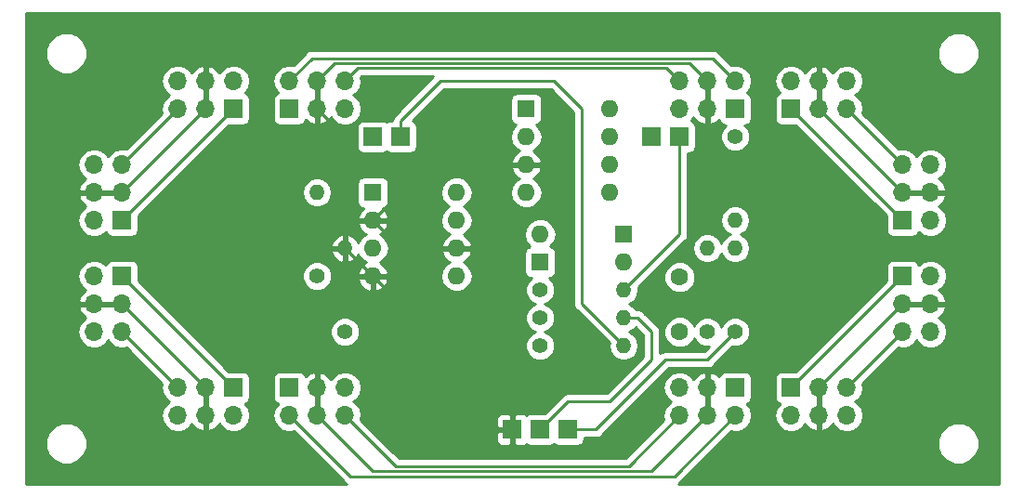
<source format=gbr>
%TF.GenerationSoftware,KiCad,Pcbnew,(5.0.2)-1*%
%TF.CreationDate,2019-05-02T00:01:05-05:00*%
%TF.ProjectId,vcaMain,7663614d-6169-46e2-9e6b-696361645f70,rev?*%
%TF.SameCoordinates,Original*%
%TF.FileFunction,Copper,L2,Bot*%
%TF.FilePolarity,Positive*%
%FSLAX46Y46*%
G04 Gerber Fmt 4.6, Leading zero omitted, Abs format (unit mm)*
G04 Created by KiCad (PCBNEW (5.0.2)-1) date 5/2/2019 12:01:05 AM*
%MOMM*%
%LPD*%
G01*
G04 APERTURE LIST*
%ADD10R,1.700000X1.700000*%
%ADD11O,1.700000X1.700000*%
%ADD12O,1.400000X1.400000*%
%ADD13C,1.400000*%
%ADD14C,1.600000*%
%ADD15R,1.600000X1.600000*%
%ADD16O,1.600000X1.600000*%
%ADD17C,0.250000*%
%ADD18C,0.254000*%
G04 APERTURE END LIST*
D10*
X166370000Y-83820000D03*
D11*
X166370000Y-81280000D03*
X163830000Y-83820000D03*
X163830000Y-81280000D03*
X161290000Y-83820000D03*
X161290000Y-81280000D03*
D10*
X181610000Y-93980000D03*
D11*
X184150000Y-93980000D03*
X181610000Y-91440000D03*
X184150000Y-91440000D03*
X181610000Y-88900000D03*
X184150000Y-88900000D03*
D10*
X171450000Y-109220000D03*
D11*
X171450000Y-111760000D03*
X173990000Y-109220000D03*
X173990000Y-111760000D03*
X176530000Y-109220000D03*
X176530000Y-111760000D03*
D10*
X125730000Y-109220000D03*
D11*
X125730000Y-111760000D03*
X128270000Y-109220000D03*
X128270000Y-111760000D03*
X130810000Y-109220000D03*
X130810000Y-111760000D03*
D10*
X110490000Y-99060000D03*
D11*
X107950000Y-99060000D03*
X110490000Y-101600000D03*
X107950000Y-101600000D03*
X110490000Y-104140000D03*
X107950000Y-104140000D03*
D10*
X120650000Y-83820000D03*
D11*
X120650000Y-81280000D03*
X118110000Y-83820000D03*
X118110000Y-81280000D03*
X115570000Y-83820000D03*
X115570000Y-81280000D03*
X130810000Y-81280000D03*
X130810000Y-83820000D03*
X128270000Y-81280000D03*
X128270000Y-83820000D03*
X125730000Y-81280000D03*
D10*
X125730000Y-83820000D03*
D11*
X176530000Y-81280000D03*
X176530000Y-83820000D03*
X173990000Y-81280000D03*
X173990000Y-83820000D03*
X171450000Y-81280000D03*
D10*
X171450000Y-83820000D03*
D11*
X184150000Y-104140000D03*
X181610000Y-104140000D03*
X184150000Y-101600000D03*
X181610000Y-101600000D03*
X184150000Y-99060000D03*
D10*
X181610000Y-99060000D03*
D11*
X161290000Y-111760000D03*
X161290000Y-109220000D03*
X163830000Y-111760000D03*
X163830000Y-109220000D03*
X166370000Y-111760000D03*
D10*
X166370000Y-109220000D03*
D11*
X115570000Y-111760000D03*
X115570000Y-109220000D03*
X118110000Y-111760000D03*
X118110000Y-109220000D03*
X120650000Y-111760000D03*
D10*
X120650000Y-109220000D03*
D11*
X107950000Y-88900000D03*
X110490000Y-88900000D03*
X107950000Y-91440000D03*
X110490000Y-91440000D03*
X107950000Y-93980000D03*
D10*
X110490000Y-93980000D03*
D12*
X130810000Y-96520000D03*
D13*
X130810000Y-104140000D03*
D14*
X161290000Y-104140000D03*
X161290000Y-99140000D03*
D15*
X148590000Y-97790000D03*
D16*
X156210000Y-97790000D03*
D15*
X156210000Y-95250000D03*
D16*
X148590000Y-95250000D03*
D10*
X151130000Y-113030000D03*
X148590000Y-113030000D03*
X135890000Y-86360000D03*
X158750000Y-86360000D03*
X161290000Y-86360000D03*
X133350000Y-86360000D03*
D13*
X148590000Y-102870000D03*
D12*
X156210000Y-102870000D03*
D13*
X148590000Y-105410000D03*
D12*
X156210000Y-105410000D03*
X156210000Y-100330000D03*
D13*
X148590000Y-100330000D03*
X128270000Y-99060000D03*
D12*
X128270000Y-91440000D03*
X166370000Y-93980000D03*
D13*
X166370000Y-86360000D03*
X163830000Y-104140000D03*
D12*
X163830000Y-96520000D03*
X166370000Y-96520000D03*
D13*
X166370000Y-104140000D03*
D15*
X147320000Y-83820000D03*
D16*
X154940000Y-91440000D03*
X147320000Y-86360000D03*
X154940000Y-88900000D03*
X147320000Y-88900000D03*
X154940000Y-86360000D03*
X147320000Y-91440000D03*
X154940000Y-83820000D03*
D10*
X146050000Y-113030000D03*
D15*
X133350000Y-91440000D03*
D16*
X140970000Y-99060000D03*
X133350000Y-93980000D03*
X140970000Y-96520000D03*
X133350000Y-96520000D03*
X140970000Y-93980000D03*
X133350000Y-99060000D03*
X140970000Y-91440000D03*
D17*
X153670000Y-113030000D02*
X160020000Y-106680000D01*
X163830000Y-106680000D02*
X166370000Y-104140000D01*
X160020000Y-106680000D02*
X163830000Y-106680000D01*
X153670000Y-113030000D02*
X151130000Y-113030000D01*
X157480000Y-102870000D02*
X158750000Y-104140000D01*
X158750000Y-104140000D02*
X158750000Y-106680000D01*
X158750000Y-106680000D02*
X154940000Y-110490000D01*
X156210000Y-102870000D02*
X157480000Y-102870000D01*
X151130000Y-110490000D02*
X148590000Y-113030000D01*
X154940000Y-110490000D02*
X151130000Y-110490000D01*
X135890000Y-85090000D02*
X135890000Y-86360000D01*
X156210000Y-105410000D02*
X152400000Y-101600000D01*
X152400000Y-83820000D02*
X149860000Y-81280000D01*
X152400000Y-101600000D02*
X152400000Y-83820000D01*
X149860000Y-81280000D02*
X139530000Y-81280000D01*
X139530000Y-81280000D02*
X135890000Y-84920000D01*
X135890000Y-84920000D02*
X135890000Y-85090000D01*
X161290000Y-95250000D02*
X161290000Y-86360000D01*
X156210000Y-100330000D02*
X161290000Y-95250000D01*
X110490000Y-93980000D02*
X111760000Y-92710000D01*
X165520001Y-80430001D02*
X166370000Y-81280000D01*
X164294981Y-79204981D02*
X165520001Y-80430001D01*
X127805019Y-79204981D02*
X164294981Y-79204981D01*
X125730000Y-81280000D02*
X127805019Y-79204981D01*
X126579999Y-112609999D02*
X125730000Y-111760000D01*
X131260009Y-117290009D02*
X126579999Y-112609999D01*
X160839991Y-117290009D02*
X131260009Y-117290009D01*
X166370000Y-111760000D02*
X160839991Y-117290009D01*
X120650000Y-109220000D02*
X110490000Y-99060000D01*
X111760000Y-92710000D02*
X120650000Y-83820000D01*
X171450000Y-109220000D02*
X181610000Y-99060000D01*
X181610000Y-93980000D02*
X180340000Y-92710000D01*
X180340000Y-92710000D02*
X171450000Y-83820000D01*
X160440001Y-80430001D02*
X161290000Y-81280000D01*
X160114999Y-80104999D02*
X160440001Y-80430001D01*
X131985001Y-80104999D02*
X160114999Y-80104999D01*
X130810000Y-81280000D02*
X131985001Y-80104999D01*
X110490000Y-104140000D02*
X115570000Y-109220000D01*
X110490000Y-88900000D02*
X115570000Y-83820000D01*
X134620000Y-115570000D02*
X130810000Y-111760000D01*
X135439990Y-116389990D02*
X134620000Y-115570000D01*
X161290000Y-111760000D02*
X156660010Y-116389990D01*
X156660010Y-116389990D02*
X135439990Y-116389990D01*
X176530000Y-109220000D02*
X181610000Y-104140000D01*
X181610000Y-88900000D02*
X176530000Y-83820000D01*
X162980001Y-80430001D02*
X163830000Y-81280000D01*
X162204990Y-79654990D02*
X162980001Y-80430001D01*
X129895010Y-79654990D02*
X162204990Y-79654990D01*
X128270000Y-81280000D02*
X129895010Y-79654990D01*
X162980001Y-112609999D02*
X163830000Y-111760000D01*
X158750000Y-116840000D02*
X162980001Y-112609999D01*
X133350000Y-116840000D02*
X158750000Y-116840000D01*
X128270000Y-111760000D02*
X133350000Y-116840000D01*
X110490000Y-101600000D02*
X118110000Y-109220000D01*
X110490000Y-91440000D02*
X118110000Y-83820000D01*
X175165001Y-108044999D02*
X181610000Y-101600000D01*
X173990000Y-109220000D02*
X175165001Y-108044999D01*
X173990000Y-83820000D02*
X181610000Y-91440000D01*
X130810000Y-86360000D02*
X128270000Y-83820000D01*
X138430000Y-88900000D02*
X133350000Y-93980000D01*
X147320000Y-88900000D02*
X138430000Y-88900000D01*
X133350000Y-93980000D02*
X130810000Y-93980000D01*
X130810000Y-96520000D02*
X130810000Y-93980000D01*
X130810000Y-93980000D02*
X130810000Y-86360000D01*
X133350000Y-99060000D02*
X130810000Y-96520000D01*
X135890000Y-96520000D02*
X133350000Y-93980000D01*
X140970000Y-96520000D02*
X135890000Y-96520000D01*
X146050000Y-111760000D02*
X146050000Y-113030000D01*
X133350000Y-99060000D02*
X146050000Y-111760000D01*
D18*
G36*
X190373000Y-117983000D02*
X161170820Y-117983000D01*
X161387920Y-117837938D01*
X161430322Y-117774479D01*
X165279751Y-113925050D01*
X184805000Y-113925050D01*
X184805000Y-114674950D01*
X185091974Y-115367767D01*
X185622233Y-115898026D01*
X186315050Y-116185000D01*
X187064950Y-116185000D01*
X187757767Y-115898026D01*
X188288026Y-115367767D01*
X188575000Y-114674950D01*
X188575000Y-113925050D01*
X188288026Y-113232233D01*
X187757767Y-112701974D01*
X187064950Y-112415000D01*
X186315050Y-112415000D01*
X185622233Y-112701974D01*
X185091974Y-113232233D01*
X184805000Y-113925050D01*
X165279751Y-113925050D01*
X166003593Y-113201209D01*
X166223744Y-113245000D01*
X166516256Y-113245000D01*
X166949418Y-113158839D01*
X167440625Y-112830625D01*
X167768839Y-112339418D01*
X167884092Y-111760000D01*
X169935908Y-111760000D01*
X170051161Y-112339418D01*
X170379375Y-112830625D01*
X170870582Y-113158839D01*
X171303744Y-113245000D01*
X171596256Y-113245000D01*
X172029418Y-113158839D01*
X172520625Y-112830625D01*
X172733843Y-112511522D01*
X172794817Y-112641358D01*
X173223076Y-113031645D01*
X173633110Y-113201476D01*
X173863000Y-113080155D01*
X173863000Y-111887000D01*
X173843000Y-111887000D01*
X173843000Y-111633000D01*
X173863000Y-111633000D01*
X173863000Y-109347000D01*
X174117000Y-109347000D01*
X174117000Y-111633000D01*
X174137000Y-111633000D01*
X174137000Y-111887000D01*
X174117000Y-111887000D01*
X174117000Y-113080155D01*
X174346890Y-113201476D01*
X174756924Y-113031645D01*
X175185183Y-112641358D01*
X175246157Y-112511522D01*
X175459375Y-112830625D01*
X175950582Y-113158839D01*
X176383744Y-113245000D01*
X176676256Y-113245000D01*
X177109418Y-113158839D01*
X177600625Y-112830625D01*
X177928839Y-112339418D01*
X178044092Y-111760000D01*
X177928839Y-111180582D01*
X177600625Y-110689375D01*
X177302239Y-110490000D01*
X177600625Y-110290625D01*
X177928839Y-109799418D01*
X178044092Y-109220000D01*
X177971209Y-108853592D01*
X181243593Y-105581209D01*
X181463744Y-105625000D01*
X181756256Y-105625000D01*
X182189418Y-105538839D01*
X182680625Y-105210625D01*
X182880000Y-104912239D01*
X183079375Y-105210625D01*
X183570582Y-105538839D01*
X184003744Y-105625000D01*
X184296256Y-105625000D01*
X184729418Y-105538839D01*
X185220625Y-105210625D01*
X185548839Y-104719418D01*
X185664092Y-104140000D01*
X185548839Y-103560582D01*
X185220625Y-103069375D01*
X184901522Y-102856157D01*
X185031358Y-102795183D01*
X185421645Y-102366924D01*
X185591476Y-101956890D01*
X185470155Y-101727000D01*
X184277000Y-101727000D01*
X184277000Y-101747000D01*
X184023000Y-101747000D01*
X184023000Y-101727000D01*
X181737000Y-101727000D01*
X181737000Y-101473000D01*
X184023000Y-101473000D01*
X184023000Y-101453000D01*
X184277000Y-101453000D01*
X184277000Y-101473000D01*
X185470155Y-101473000D01*
X185591476Y-101243110D01*
X185421645Y-100833076D01*
X185031358Y-100404817D01*
X184901522Y-100343843D01*
X185220625Y-100130625D01*
X185548839Y-99639418D01*
X185664092Y-99060000D01*
X185548839Y-98480582D01*
X185220625Y-97989375D01*
X184729418Y-97661161D01*
X184296256Y-97575000D01*
X184003744Y-97575000D01*
X183570582Y-97661161D01*
X183079375Y-97989375D01*
X183067184Y-98007619D01*
X183058157Y-97962235D01*
X182917809Y-97752191D01*
X182707765Y-97611843D01*
X182460000Y-97562560D01*
X180760000Y-97562560D01*
X180512235Y-97611843D01*
X180302191Y-97752191D01*
X180161843Y-97962235D01*
X180112560Y-98210000D01*
X180112560Y-99482638D01*
X171872639Y-107722560D01*
X170600000Y-107722560D01*
X170352235Y-107771843D01*
X170142191Y-107912191D01*
X170001843Y-108122235D01*
X169952560Y-108370000D01*
X169952560Y-110070000D01*
X170001843Y-110317765D01*
X170142191Y-110527809D01*
X170352235Y-110668157D01*
X170397619Y-110677184D01*
X170379375Y-110689375D01*
X170051161Y-111180582D01*
X169935908Y-111760000D01*
X167884092Y-111760000D01*
X167768839Y-111180582D01*
X167440625Y-110689375D01*
X167422381Y-110677184D01*
X167467765Y-110668157D01*
X167677809Y-110527809D01*
X167818157Y-110317765D01*
X167867440Y-110070000D01*
X167867440Y-108370000D01*
X167818157Y-108122235D01*
X167677809Y-107912191D01*
X167467765Y-107771843D01*
X167220000Y-107722560D01*
X165520000Y-107722560D01*
X165272235Y-107771843D01*
X165062191Y-107912191D01*
X164921843Y-108122235D01*
X164901261Y-108225708D01*
X164596924Y-107948355D01*
X164186890Y-107778524D01*
X163957000Y-107899845D01*
X163957000Y-109093000D01*
X163977000Y-109093000D01*
X163977000Y-109347000D01*
X163957000Y-109347000D01*
X163957000Y-111633000D01*
X163977000Y-111633000D01*
X163977000Y-111887000D01*
X163957000Y-111887000D01*
X163957000Y-111907000D01*
X163703000Y-111907000D01*
X163703000Y-111887000D01*
X163683000Y-111887000D01*
X163683000Y-111633000D01*
X163703000Y-111633000D01*
X163703000Y-109347000D01*
X163683000Y-109347000D01*
X163683000Y-109093000D01*
X163703000Y-109093000D01*
X163703000Y-107899845D01*
X163473110Y-107778524D01*
X163063076Y-107948355D01*
X162634817Y-108338642D01*
X162573843Y-108468478D01*
X162360625Y-108149375D01*
X161869418Y-107821161D01*
X161436256Y-107735000D01*
X161143744Y-107735000D01*
X160710582Y-107821161D01*
X160219375Y-108149375D01*
X159891161Y-108640582D01*
X159775908Y-109220000D01*
X159891161Y-109799418D01*
X160219375Y-110290625D01*
X160517761Y-110490000D01*
X160219375Y-110689375D01*
X159891161Y-111180582D01*
X159775908Y-111760000D01*
X159848791Y-112126407D01*
X156345209Y-115629990D01*
X135754792Y-115629990D01*
X135210331Y-115085530D01*
X135210329Y-115085527D01*
X133440552Y-113315750D01*
X144565000Y-113315750D01*
X144565000Y-114006310D01*
X144661673Y-114239699D01*
X144840302Y-114418327D01*
X145073691Y-114515000D01*
X145764250Y-114515000D01*
X145923000Y-114356250D01*
X145923000Y-113157000D01*
X144723750Y-113157000D01*
X144565000Y-113315750D01*
X133440552Y-113315750D01*
X132251209Y-112126408D01*
X132265673Y-112053690D01*
X144565000Y-112053690D01*
X144565000Y-112744250D01*
X144723750Y-112903000D01*
X145923000Y-112903000D01*
X145923000Y-111703750D01*
X145764250Y-111545000D01*
X145073691Y-111545000D01*
X144840302Y-111641673D01*
X144661673Y-111820301D01*
X144565000Y-112053690D01*
X132265673Y-112053690D01*
X132324092Y-111760000D01*
X132208839Y-111180582D01*
X131880625Y-110689375D01*
X131582239Y-110490000D01*
X131880625Y-110290625D01*
X132208839Y-109799418D01*
X132324092Y-109220000D01*
X132208839Y-108640582D01*
X131880625Y-108149375D01*
X131389418Y-107821161D01*
X130956256Y-107735000D01*
X130663744Y-107735000D01*
X130230582Y-107821161D01*
X129739375Y-108149375D01*
X129526157Y-108468478D01*
X129465183Y-108338642D01*
X129036924Y-107948355D01*
X128626890Y-107778524D01*
X128397000Y-107899845D01*
X128397000Y-109093000D01*
X128417000Y-109093000D01*
X128417000Y-109347000D01*
X128397000Y-109347000D01*
X128397000Y-111633000D01*
X128417000Y-111633000D01*
X128417000Y-111887000D01*
X128397000Y-111887000D01*
X128397000Y-111907000D01*
X128143000Y-111907000D01*
X128143000Y-111887000D01*
X128123000Y-111887000D01*
X128123000Y-111633000D01*
X128143000Y-111633000D01*
X128143000Y-109347000D01*
X128123000Y-109347000D01*
X128123000Y-109093000D01*
X128143000Y-109093000D01*
X128143000Y-107899845D01*
X127913110Y-107778524D01*
X127503076Y-107948355D01*
X127198739Y-108225708D01*
X127178157Y-108122235D01*
X127037809Y-107912191D01*
X126827765Y-107771843D01*
X126580000Y-107722560D01*
X124880000Y-107722560D01*
X124632235Y-107771843D01*
X124422191Y-107912191D01*
X124281843Y-108122235D01*
X124232560Y-108370000D01*
X124232560Y-110070000D01*
X124281843Y-110317765D01*
X124422191Y-110527809D01*
X124632235Y-110668157D01*
X124677619Y-110677184D01*
X124659375Y-110689375D01*
X124331161Y-111180582D01*
X124215908Y-111760000D01*
X124331161Y-112339418D01*
X124659375Y-112830625D01*
X125150582Y-113158839D01*
X125583744Y-113245000D01*
X125876256Y-113245000D01*
X126096408Y-113201209D01*
X130669680Y-117774482D01*
X130712080Y-117837938D01*
X130929180Y-117983000D01*
X101727000Y-117983000D01*
X101727000Y-113925050D01*
X103525000Y-113925050D01*
X103525000Y-114674950D01*
X103811974Y-115367767D01*
X104342233Y-115898026D01*
X105035050Y-116185000D01*
X105784950Y-116185000D01*
X106477767Y-115898026D01*
X107008026Y-115367767D01*
X107295000Y-114674950D01*
X107295000Y-113925050D01*
X107008026Y-113232233D01*
X106477767Y-112701974D01*
X105784950Y-112415000D01*
X105035050Y-112415000D01*
X104342233Y-112701974D01*
X103811974Y-113232233D01*
X103525000Y-113925050D01*
X101727000Y-113925050D01*
X101727000Y-99060000D01*
X106435908Y-99060000D01*
X106551161Y-99639418D01*
X106879375Y-100130625D01*
X107198478Y-100343843D01*
X107068642Y-100404817D01*
X106678355Y-100833076D01*
X106508524Y-101243110D01*
X106629845Y-101473000D01*
X107823000Y-101473000D01*
X107823000Y-101453000D01*
X108077000Y-101453000D01*
X108077000Y-101473000D01*
X110363000Y-101473000D01*
X110363000Y-101453000D01*
X110617000Y-101453000D01*
X110617000Y-101473000D01*
X110637000Y-101473000D01*
X110637000Y-101727000D01*
X110617000Y-101727000D01*
X110617000Y-101747000D01*
X110363000Y-101747000D01*
X110363000Y-101727000D01*
X108077000Y-101727000D01*
X108077000Y-101747000D01*
X107823000Y-101747000D01*
X107823000Y-101727000D01*
X106629845Y-101727000D01*
X106508524Y-101956890D01*
X106678355Y-102366924D01*
X107068642Y-102795183D01*
X107198478Y-102856157D01*
X106879375Y-103069375D01*
X106551161Y-103560582D01*
X106435908Y-104140000D01*
X106551161Y-104719418D01*
X106879375Y-105210625D01*
X107370582Y-105538839D01*
X107803744Y-105625000D01*
X108096256Y-105625000D01*
X108529418Y-105538839D01*
X109020625Y-105210625D01*
X109220000Y-104912239D01*
X109419375Y-105210625D01*
X109910582Y-105538839D01*
X110343744Y-105625000D01*
X110636256Y-105625000D01*
X110856408Y-105581209D01*
X114128791Y-108853593D01*
X114055908Y-109220000D01*
X114171161Y-109799418D01*
X114499375Y-110290625D01*
X114797761Y-110490000D01*
X114499375Y-110689375D01*
X114171161Y-111180582D01*
X114055908Y-111760000D01*
X114171161Y-112339418D01*
X114499375Y-112830625D01*
X114990582Y-113158839D01*
X115423744Y-113245000D01*
X115716256Y-113245000D01*
X116149418Y-113158839D01*
X116640625Y-112830625D01*
X116853843Y-112511522D01*
X116914817Y-112641358D01*
X117343076Y-113031645D01*
X117753110Y-113201476D01*
X117983000Y-113080155D01*
X117983000Y-111887000D01*
X117963000Y-111887000D01*
X117963000Y-111633000D01*
X117983000Y-111633000D01*
X117983000Y-109347000D01*
X117963000Y-109347000D01*
X117963000Y-109093000D01*
X117983000Y-109093000D01*
X117983000Y-109073000D01*
X118237000Y-109073000D01*
X118237000Y-109093000D01*
X118257000Y-109093000D01*
X118257000Y-109347000D01*
X118237000Y-109347000D01*
X118237000Y-111633000D01*
X118257000Y-111633000D01*
X118257000Y-111887000D01*
X118237000Y-111887000D01*
X118237000Y-113080155D01*
X118466890Y-113201476D01*
X118876924Y-113031645D01*
X119305183Y-112641358D01*
X119366157Y-112511522D01*
X119579375Y-112830625D01*
X120070582Y-113158839D01*
X120503744Y-113245000D01*
X120796256Y-113245000D01*
X121229418Y-113158839D01*
X121720625Y-112830625D01*
X122048839Y-112339418D01*
X122164092Y-111760000D01*
X122048839Y-111180582D01*
X121720625Y-110689375D01*
X121702381Y-110677184D01*
X121747765Y-110668157D01*
X121957809Y-110527809D01*
X122098157Y-110317765D01*
X122147440Y-110070000D01*
X122147440Y-108370000D01*
X122098157Y-108122235D01*
X121957809Y-107912191D01*
X121747765Y-107771843D01*
X121500000Y-107722560D01*
X120227362Y-107722560D01*
X116379254Y-103874452D01*
X129475000Y-103874452D01*
X129475000Y-104405548D01*
X129678242Y-104896217D01*
X130053783Y-105271758D01*
X130544452Y-105475000D01*
X131075548Y-105475000D01*
X131566217Y-105271758D01*
X131941758Y-104896217D01*
X132145000Y-104405548D01*
X132145000Y-103874452D01*
X131941758Y-103383783D01*
X131566217Y-103008242D01*
X131075548Y-102805000D01*
X130544452Y-102805000D01*
X130053783Y-103008242D01*
X129678242Y-103383783D01*
X129475000Y-103874452D01*
X116379254Y-103874452D01*
X111987440Y-99482639D01*
X111987440Y-98794452D01*
X126935000Y-98794452D01*
X126935000Y-99325548D01*
X127138242Y-99816217D01*
X127513783Y-100191758D01*
X128004452Y-100395000D01*
X128535548Y-100395000D01*
X129026217Y-100191758D01*
X129401758Y-99816217D01*
X129570416Y-99409039D01*
X131958096Y-99409039D01*
X132118959Y-99797423D01*
X132494866Y-100212389D01*
X133000959Y-100451914D01*
X133223000Y-100330629D01*
X133223000Y-99187000D01*
X133477000Y-99187000D01*
X133477000Y-100330629D01*
X133699041Y-100451914D01*
X134205134Y-100212389D01*
X134581041Y-99797423D01*
X134741904Y-99409039D01*
X134619915Y-99187000D01*
X133477000Y-99187000D01*
X133223000Y-99187000D01*
X132080085Y-99187000D01*
X131958096Y-99409039D01*
X129570416Y-99409039D01*
X129605000Y-99325548D01*
X129605000Y-99060000D01*
X139506887Y-99060000D01*
X139618260Y-99619909D01*
X139935423Y-100094577D01*
X140410091Y-100411740D01*
X140828667Y-100495000D01*
X141111333Y-100495000D01*
X141529909Y-100411740D01*
X142004577Y-100094577D01*
X142321740Y-99619909D01*
X142433113Y-99060000D01*
X142321740Y-98500091D01*
X142004577Y-98025423D01*
X141620892Y-97769053D01*
X141825134Y-97672389D01*
X142201041Y-97257423D01*
X142361904Y-96869039D01*
X142239915Y-96647000D01*
X141097000Y-96647000D01*
X141097000Y-96667000D01*
X140843000Y-96667000D01*
X140843000Y-96647000D01*
X139700085Y-96647000D01*
X139578096Y-96869039D01*
X139738959Y-97257423D01*
X140114866Y-97672389D01*
X140319108Y-97769053D01*
X139935423Y-98025423D01*
X139618260Y-98500091D01*
X139506887Y-99060000D01*
X129605000Y-99060000D01*
X129605000Y-98794452D01*
X129401758Y-98303783D01*
X129026217Y-97928242D01*
X128535548Y-97725000D01*
X128004452Y-97725000D01*
X127513783Y-97928242D01*
X127138242Y-98303783D01*
X126935000Y-98794452D01*
X111987440Y-98794452D01*
X111987440Y-98210000D01*
X111938157Y-97962235D01*
X111797809Y-97752191D01*
X111587765Y-97611843D01*
X111340000Y-97562560D01*
X109640000Y-97562560D01*
X109392235Y-97611843D01*
X109182191Y-97752191D01*
X109041843Y-97962235D01*
X109032816Y-98007619D01*
X109020625Y-97989375D01*
X108529418Y-97661161D01*
X108096256Y-97575000D01*
X107803744Y-97575000D01*
X107370582Y-97661161D01*
X106879375Y-97989375D01*
X106551161Y-98480582D01*
X106435908Y-99060000D01*
X101727000Y-99060000D01*
X101727000Y-96853331D01*
X129517273Y-96853331D01*
X129743236Y-97322663D01*
X130131604Y-97669797D01*
X130476671Y-97812716D01*
X130683000Y-97689374D01*
X130683000Y-96647000D01*
X129639794Y-96647000D01*
X129517273Y-96853331D01*
X101727000Y-96853331D01*
X101727000Y-96186669D01*
X129517273Y-96186669D01*
X129639794Y-96393000D01*
X130683000Y-96393000D01*
X130683000Y-95350626D01*
X130937000Y-95350626D01*
X130937000Y-96393000D01*
X130957000Y-96393000D01*
X130957000Y-96647000D01*
X130937000Y-96647000D01*
X130937000Y-97689374D01*
X131143329Y-97812716D01*
X131488396Y-97669797D01*
X131876764Y-97322663D01*
X131996909Y-97073118D01*
X131998260Y-97079909D01*
X132315423Y-97554577D01*
X132699108Y-97810947D01*
X132494866Y-97907611D01*
X132118959Y-98322577D01*
X131958096Y-98710961D01*
X132080085Y-98933000D01*
X133223000Y-98933000D01*
X133223000Y-98913000D01*
X133477000Y-98913000D01*
X133477000Y-98933000D01*
X134619915Y-98933000D01*
X134741904Y-98710961D01*
X134581041Y-98322577D01*
X134205134Y-97907611D01*
X134000892Y-97810947D01*
X134384577Y-97554577D01*
X134701740Y-97079909D01*
X134813113Y-96520000D01*
X134701740Y-95960091D01*
X134384577Y-95485423D01*
X134000892Y-95229053D01*
X134205134Y-95132389D01*
X134581041Y-94717423D01*
X134741904Y-94329039D01*
X134619915Y-94107000D01*
X133477000Y-94107000D01*
X133477000Y-94127000D01*
X133223000Y-94127000D01*
X133223000Y-94107000D01*
X132080085Y-94107000D01*
X131958096Y-94329039D01*
X132118959Y-94717423D01*
X132494866Y-95132389D01*
X132699108Y-95229053D01*
X132315423Y-95485423D01*
X131998260Y-95960091D01*
X131996909Y-95966882D01*
X131876764Y-95717337D01*
X131488396Y-95370203D01*
X131143329Y-95227284D01*
X130937000Y-95350626D01*
X130683000Y-95350626D01*
X130476671Y-95227284D01*
X130131604Y-95370203D01*
X129743236Y-95717337D01*
X129517273Y-96186669D01*
X101727000Y-96186669D01*
X101727000Y-88900000D01*
X106435908Y-88900000D01*
X106551161Y-89479418D01*
X106879375Y-89970625D01*
X107198478Y-90183843D01*
X107068642Y-90244817D01*
X106678355Y-90673076D01*
X106508524Y-91083110D01*
X106629845Y-91313000D01*
X107823000Y-91313000D01*
X107823000Y-91293000D01*
X108077000Y-91293000D01*
X108077000Y-91313000D01*
X110363000Y-91313000D01*
X110363000Y-91293000D01*
X110617000Y-91293000D01*
X110617000Y-91313000D01*
X110637000Y-91313000D01*
X110637000Y-91567000D01*
X110617000Y-91567000D01*
X110617000Y-91587000D01*
X110363000Y-91587000D01*
X110363000Y-91567000D01*
X108077000Y-91567000D01*
X108077000Y-91587000D01*
X107823000Y-91587000D01*
X107823000Y-91567000D01*
X106629845Y-91567000D01*
X106508524Y-91796890D01*
X106678355Y-92206924D01*
X107068642Y-92635183D01*
X107198478Y-92696157D01*
X106879375Y-92909375D01*
X106551161Y-93400582D01*
X106435908Y-93980000D01*
X106551161Y-94559418D01*
X106879375Y-95050625D01*
X107370582Y-95378839D01*
X107803744Y-95465000D01*
X108096256Y-95465000D01*
X108529418Y-95378839D01*
X109020625Y-95050625D01*
X109032816Y-95032381D01*
X109041843Y-95077765D01*
X109182191Y-95287809D01*
X109392235Y-95428157D01*
X109640000Y-95477440D01*
X111340000Y-95477440D01*
X111587765Y-95428157D01*
X111797809Y-95287809D01*
X111938157Y-95077765D01*
X111987440Y-94830000D01*
X111987440Y-93557362D01*
X112350329Y-93194473D01*
X112350331Y-93194470D01*
X114104801Y-91440000D01*
X126908846Y-91440000D01*
X127012458Y-91960891D01*
X127307519Y-92402481D01*
X127749109Y-92697542D01*
X128138515Y-92775000D01*
X128401485Y-92775000D01*
X128790891Y-92697542D01*
X129232481Y-92402481D01*
X129527542Y-91960891D01*
X129631154Y-91440000D01*
X129527542Y-90919109D01*
X129341048Y-90640000D01*
X131902560Y-90640000D01*
X131902560Y-92240000D01*
X131951843Y-92487765D01*
X132092191Y-92697809D01*
X132302235Y-92838157D01*
X132457361Y-92869013D01*
X132118959Y-93242577D01*
X131958096Y-93630961D01*
X132080085Y-93853000D01*
X133223000Y-93853000D01*
X133223000Y-93833000D01*
X133477000Y-93833000D01*
X133477000Y-93853000D01*
X134619915Y-93853000D01*
X134741904Y-93630961D01*
X134581041Y-93242577D01*
X134242639Y-92869013D01*
X134397765Y-92838157D01*
X134607809Y-92697809D01*
X134748157Y-92487765D01*
X134797440Y-92240000D01*
X134797440Y-91440000D01*
X139506887Y-91440000D01*
X139618260Y-91999909D01*
X139935423Y-92474577D01*
X140287758Y-92710000D01*
X139935423Y-92945423D01*
X139618260Y-93420091D01*
X139506887Y-93980000D01*
X139618260Y-94539909D01*
X139935423Y-95014577D01*
X140319108Y-95270947D01*
X140114866Y-95367611D01*
X139738959Y-95782577D01*
X139578096Y-96170961D01*
X139700085Y-96393000D01*
X140843000Y-96393000D01*
X140843000Y-96373000D01*
X141097000Y-96373000D01*
X141097000Y-96393000D01*
X142239915Y-96393000D01*
X142361904Y-96170961D01*
X142201041Y-95782577D01*
X141825134Y-95367611D01*
X141620892Y-95270947D01*
X141652241Y-95250000D01*
X147126887Y-95250000D01*
X147238260Y-95809909D01*
X147555423Y-96284577D01*
X147676106Y-96365215D01*
X147542235Y-96391843D01*
X147332191Y-96532191D01*
X147191843Y-96742235D01*
X147142560Y-96990000D01*
X147142560Y-98590000D01*
X147191843Y-98837765D01*
X147332191Y-99047809D01*
X147542235Y-99188157D01*
X147790000Y-99237440D01*
X147794585Y-99237440D01*
X147458242Y-99573783D01*
X147255000Y-100064452D01*
X147255000Y-100595548D01*
X147458242Y-101086217D01*
X147833783Y-101461758D01*
X148167528Y-101600000D01*
X147833783Y-101738242D01*
X147458242Y-102113783D01*
X147255000Y-102604452D01*
X147255000Y-103135548D01*
X147458242Y-103626217D01*
X147833783Y-104001758D01*
X148167528Y-104140000D01*
X147833783Y-104278242D01*
X147458242Y-104653783D01*
X147255000Y-105144452D01*
X147255000Y-105675548D01*
X147458242Y-106166217D01*
X147833783Y-106541758D01*
X148324452Y-106745000D01*
X148855548Y-106745000D01*
X149346217Y-106541758D01*
X149721758Y-106166217D01*
X149925000Y-105675548D01*
X149925000Y-105144452D01*
X149721758Y-104653783D01*
X149346217Y-104278242D01*
X149012472Y-104140000D01*
X149346217Y-104001758D01*
X149721758Y-103626217D01*
X149925000Y-103135548D01*
X149925000Y-102604452D01*
X149721758Y-102113783D01*
X149346217Y-101738242D01*
X149012472Y-101600000D01*
X149346217Y-101461758D01*
X149721758Y-101086217D01*
X149925000Y-100595548D01*
X149925000Y-100064452D01*
X149721758Y-99573783D01*
X149385415Y-99237440D01*
X149390000Y-99237440D01*
X149637765Y-99188157D01*
X149847809Y-99047809D01*
X149988157Y-98837765D01*
X150037440Y-98590000D01*
X150037440Y-96990000D01*
X149988157Y-96742235D01*
X149847809Y-96532191D01*
X149637765Y-96391843D01*
X149503894Y-96365215D01*
X149624577Y-96284577D01*
X149941740Y-95809909D01*
X150053113Y-95250000D01*
X149941740Y-94690091D01*
X149624577Y-94215423D01*
X149149909Y-93898260D01*
X148731333Y-93815000D01*
X148448667Y-93815000D01*
X148030091Y-93898260D01*
X147555423Y-94215423D01*
X147238260Y-94690091D01*
X147126887Y-95250000D01*
X141652241Y-95250000D01*
X142004577Y-95014577D01*
X142321740Y-94539909D01*
X142433113Y-93980000D01*
X142321740Y-93420091D01*
X142004577Y-92945423D01*
X141652242Y-92710000D01*
X142004577Y-92474577D01*
X142321740Y-91999909D01*
X142433113Y-91440000D01*
X145856887Y-91440000D01*
X145968260Y-91999909D01*
X146285423Y-92474577D01*
X146760091Y-92791740D01*
X147178667Y-92875000D01*
X147461333Y-92875000D01*
X147879909Y-92791740D01*
X148354577Y-92474577D01*
X148671740Y-91999909D01*
X148783113Y-91440000D01*
X148671740Y-90880091D01*
X148354577Y-90405423D01*
X147970892Y-90149053D01*
X148175134Y-90052389D01*
X148551041Y-89637423D01*
X148711904Y-89249039D01*
X148589915Y-89027000D01*
X147447000Y-89027000D01*
X147447000Y-89047000D01*
X147193000Y-89047000D01*
X147193000Y-89027000D01*
X146050085Y-89027000D01*
X145928096Y-89249039D01*
X146088959Y-89637423D01*
X146464866Y-90052389D01*
X146669108Y-90149053D01*
X146285423Y-90405423D01*
X145968260Y-90880091D01*
X145856887Y-91440000D01*
X142433113Y-91440000D01*
X142321740Y-90880091D01*
X142004577Y-90405423D01*
X141529909Y-90088260D01*
X141111333Y-90005000D01*
X140828667Y-90005000D01*
X140410091Y-90088260D01*
X139935423Y-90405423D01*
X139618260Y-90880091D01*
X139506887Y-91440000D01*
X134797440Y-91440000D01*
X134797440Y-90640000D01*
X134748157Y-90392235D01*
X134607809Y-90182191D01*
X134397765Y-90041843D01*
X134150000Y-89992560D01*
X132550000Y-89992560D01*
X132302235Y-90041843D01*
X132092191Y-90182191D01*
X131951843Y-90392235D01*
X131902560Y-90640000D01*
X129341048Y-90640000D01*
X129232481Y-90477519D01*
X128790891Y-90182458D01*
X128401485Y-90105000D01*
X128138515Y-90105000D01*
X127749109Y-90182458D01*
X127307519Y-90477519D01*
X127012458Y-90919109D01*
X126908846Y-91440000D01*
X114104801Y-91440000D01*
X120227362Y-85317440D01*
X121500000Y-85317440D01*
X121747765Y-85268157D01*
X121957809Y-85127809D01*
X122098157Y-84917765D01*
X122147440Y-84670000D01*
X122147440Y-82970000D01*
X122098157Y-82722235D01*
X121957809Y-82512191D01*
X121747765Y-82371843D01*
X121702381Y-82362816D01*
X121720625Y-82350625D01*
X122048839Y-81859418D01*
X122164092Y-81280000D01*
X124215908Y-81280000D01*
X124331161Y-81859418D01*
X124659375Y-82350625D01*
X124677619Y-82362816D01*
X124632235Y-82371843D01*
X124422191Y-82512191D01*
X124281843Y-82722235D01*
X124232560Y-82970000D01*
X124232560Y-84670000D01*
X124281843Y-84917765D01*
X124422191Y-85127809D01*
X124632235Y-85268157D01*
X124880000Y-85317440D01*
X126580000Y-85317440D01*
X126827765Y-85268157D01*
X127037809Y-85127809D01*
X127178157Y-84917765D01*
X127198739Y-84814292D01*
X127503076Y-85091645D01*
X127913110Y-85261476D01*
X128143000Y-85140155D01*
X128143000Y-83947000D01*
X128123000Y-83947000D01*
X128123000Y-83693000D01*
X128143000Y-83693000D01*
X128143000Y-81407000D01*
X128123000Y-81407000D01*
X128123000Y-81153000D01*
X128143000Y-81153000D01*
X128143000Y-81133000D01*
X128397000Y-81133000D01*
X128397000Y-81153000D01*
X128417000Y-81153000D01*
X128417000Y-81407000D01*
X128397000Y-81407000D01*
X128397000Y-83693000D01*
X128417000Y-83693000D01*
X128417000Y-83947000D01*
X128397000Y-83947000D01*
X128397000Y-85140155D01*
X128626890Y-85261476D01*
X129036924Y-85091645D01*
X129465183Y-84701358D01*
X129526157Y-84571522D01*
X129739375Y-84890625D01*
X130230582Y-85218839D01*
X130663744Y-85305000D01*
X130956256Y-85305000D01*
X131389418Y-85218839D01*
X131880625Y-84890625D01*
X132208839Y-84399418D01*
X132324092Y-83820000D01*
X132208839Y-83240582D01*
X131880625Y-82749375D01*
X131582239Y-82550000D01*
X131880625Y-82350625D01*
X132208839Y-81859418D01*
X132324092Y-81280000D01*
X132251209Y-80913593D01*
X132299804Y-80864999D01*
X138870198Y-80864999D01*
X135405530Y-84329669D01*
X135342071Y-84372071D01*
X135174096Y-84623464D01*
X135130000Y-84845149D01*
X135130000Y-84845153D01*
X135126538Y-84862560D01*
X135040000Y-84862560D01*
X134792235Y-84911843D01*
X134620000Y-85026928D01*
X134447765Y-84911843D01*
X134200000Y-84862560D01*
X132500000Y-84862560D01*
X132252235Y-84911843D01*
X132042191Y-85052191D01*
X131901843Y-85262235D01*
X131852560Y-85510000D01*
X131852560Y-87210000D01*
X131901843Y-87457765D01*
X132042191Y-87667809D01*
X132252235Y-87808157D01*
X132500000Y-87857440D01*
X134200000Y-87857440D01*
X134447765Y-87808157D01*
X134620000Y-87693072D01*
X134792235Y-87808157D01*
X135040000Y-87857440D01*
X136740000Y-87857440D01*
X136987765Y-87808157D01*
X137197809Y-87667809D01*
X137338157Y-87457765D01*
X137387440Y-87210000D01*
X137387440Y-86360000D01*
X145856887Y-86360000D01*
X145968260Y-86919909D01*
X146285423Y-87394577D01*
X146669108Y-87650947D01*
X146464866Y-87747611D01*
X146088959Y-88162577D01*
X145928096Y-88550961D01*
X146050085Y-88773000D01*
X147193000Y-88773000D01*
X147193000Y-88753000D01*
X147447000Y-88753000D01*
X147447000Y-88773000D01*
X148589915Y-88773000D01*
X148711904Y-88550961D01*
X148551041Y-88162577D01*
X148175134Y-87747611D01*
X147970892Y-87650947D01*
X148354577Y-87394577D01*
X148671740Y-86919909D01*
X148783113Y-86360000D01*
X148671740Y-85800091D01*
X148354577Y-85325423D01*
X148233894Y-85244785D01*
X148367765Y-85218157D01*
X148577809Y-85077809D01*
X148718157Y-84867765D01*
X148767440Y-84620000D01*
X148767440Y-83020000D01*
X148718157Y-82772235D01*
X148577809Y-82562191D01*
X148367765Y-82421843D01*
X148120000Y-82372560D01*
X146520000Y-82372560D01*
X146272235Y-82421843D01*
X146062191Y-82562191D01*
X145921843Y-82772235D01*
X145872560Y-83020000D01*
X145872560Y-84620000D01*
X145921843Y-84867765D01*
X146062191Y-85077809D01*
X146272235Y-85218157D01*
X146406106Y-85244785D01*
X146285423Y-85325423D01*
X145968260Y-85800091D01*
X145856887Y-86360000D01*
X137387440Y-86360000D01*
X137387440Y-85510000D01*
X137338157Y-85262235D01*
X137197809Y-85052191D01*
X136987765Y-84911843D01*
X136975415Y-84909386D01*
X139844803Y-82040000D01*
X149545199Y-82040000D01*
X151640001Y-84134804D01*
X151640000Y-101525153D01*
X151625112Y-101600000D01*
X151640000Y-101674847D01*
X151640000Y-101674851D01*
X151684096Y-101896536D01*
X151852071Y-102147929D01*
X151915530Y-102190331D01*
X154896355Y-105171157D01*
X154848846Y-105410000D01*
X154952458Y-105930891D01*
X155247519Y-106372481D01*
X155689109Y-106667542D01*
X156078515Y-106745000D01*
X156341485Y-106745000D01*
X156730891Y-106667542D01*
X157172481Y-106372481D01*
X157467542Y-105930891D01*
X157571154Y-105410000D01*
X157467542Y-104889109D01*
X157172481Y-104447519D01*
X156730891Y-104152458D01*
X156668261Y-104140000D01*
X156730891Y-104127542D01*
X157172481Y-103832481D01*
X157250667Y-103715468D01*
X157990000Y-104454802D01*
X157990001Y-106365197D01*
X154625199Y-109730000D01*
X151204846Y-109730000D01*
X151129999Y-109715112D01*
X151055152Y-109730000D01*
X151055148Y-109730000D01*
X150833463Y-109774096D01*
X150833461Y-109774097D01*
X150833462Y-109774097D01*
X150645526Y-109899671D01*
X150645524Y-109899673D01*
X150582071Y-109942071D01*
X150539673Y-110005524D01*
X149012638Y-111532560D01*
X147740000Y-111532560D01*
X147492235Y-111581843D01*
X147316975Y-111698949D01*
X147259698Y-111641673D01*
X147026309Y-111545000D01*
X146335750Y-111545000D01*
X146177000Y-111703750D01*
X146177000Y-112903000D01*
X146197000Y-112903000D01*
X146197000Y-113157000D01*
X146177000Y-113157000D01*
X146177000Y-114356250D01*
X146335750Y-114515000D01*
X147026309Y-114515000D01*
X147259698Y-114418327D01*
X147316975Y-114361051D01*
X147492235Y-114478157D01*
X147740000Y-114527440D01*
X149440000Y-114527440D01*
X149687765Y-114478157D01*
X149860000Y-114363072D01*
X150032235Y-114478157D01*
X150280000Y-114527440D01*
X151980000Y-114527440D01*
X152227765Y-114478157D01*
X152437809Y-114337809D01*
X152578157Y-114127765D01*
X152627440Y-113880000D01*
X152627440Y-113790000D01*
X153595153Y-113790000D01*
X153670000Y-113804888D01*
X153744847Y-113790000D01*
X153744852Y-113790000D01*
X153966537Y-113745904D01*
X154217929Y-113577929D01*
X154260331Y-113514470D01*
X160334802Y-107440000D01*
X163755153Y-107440000D01*
X163830000Y-107454888D01*
X163904847Y-107440000D01*
X163904852Y-107440000D01*
X164126537Y-107395904D01*
X164377929Y-107227929D01*
X164420331Y-107164470D01*
X166109802Y-105475000D01*
X166635548Y-105475000D01*
X167126217Y-105271758D01*
X167501758Y-104896217D01*
X167705000Y-104405548D01*
X167705000Y-103874452D01*
X167501758Y-103383783D01*
X167126217Y-103008242D01*
X166635548Y-102805000D01*
X166104452Y-102805000D01*
X165613783Y-103008242D01*
X165238242Y-103383783D01*
X165100000Y-103717528D01*
X164961758Y-103383783D01*
X164586217Y-103008242D01*
X164095548Y-102805000D01*
X163564452Y-102805000D01*
X163073783Y-103008242D01*
X162698242Y-103383783D01*
X162614120Y-103586872D01*
X162506534Y-103327138D01*
X162102862Y-102923466D01*
X161575439Y-102705000D01*
X161004561Y-102705000D01*
X160477138Y-102923466D01*
X160073466Y-103327138D01*
X159855000Y-103854561D01*
X159855000Y-104425439D01*
X160073466Y-104952862D01*
X160477138Y-105356534D01*
X161004561Y-105575000D01*
X161575439Y-105575000D01*
X162102862Y-105356534D01*
X162506534Y-104952862D01*
X162614120Y-104693128D01*
X162698242Y-104896217D01*
X163073783Y-105271758D01*
X163564452Y-105475000D01*
X163960198Y-105475000D01*
X163515199Y-105920000D01*
X160094846Y-105920000D01*
X160019999Y-105905112D01*
X159945152Y-105920000D01*
X159945148Y-105920000D01*
X159723463Y-105964096D01*
X159510000Y-106106728D01*
X159510000Y-104214846D01*
X159524888Y-104139999D01*
X159510000Y-104065152D01*
X159510000Y-104065148D01*
X159465904Y-103843463D01*
X159297929Y-103592071D01*
X159234473Y-103549671D01*
X158070331Y-102385530D01*
X158027929Y-102322071D01*
X157776537Y-102154096D01*
X157554852Y-102110000D01*
X157554847Y-102110000D01*
X157480000Y-102095112D01*
X157405153Y-102110000D01*
X157307774Y-102110000D01*
X157172481Y-101907519D01*
X156730891Y-101612458D01*
X156668261Y-101600000D01*
X156730891Y-101587542D01*
X157172481Y-101292481D01*
X157467542Y-100850891D01*
X157571154Y-100330000D01*
X157523645Y-100091156D01*
X158760240Y-98854561D01*
X159855000Y-98854561D01*
X159855000Y-99425439D01*
X160073466Y-99952862D01*
X160477138Y-100356534D01*
X161004561Y-100575000D01*
X161575439Y-100575000D01*
X162102862Y-100356534D01*
X162506534Y-99952862D01*
X162725000Y-99425439D01*
X162725000Y-98854561D01*
X162506534Y-98327138D01*
X162102862Y-97923466D01*
X161575439Y-97705000D01*
X161004561Y-97705000D01*
X160477138Y-97923466D01*
X160073466Y-98327138D01*
X159855000Y-98854561D01*
X158760240Y-98854561D01*
X161094801Y-96520000D01*
X162468846Y-96520000D01*
X162572458Y-97040891D01*
X162867519Y-97482481D01*
X163309109Y-97777542D01*
X163698515Y-97855000D01*
X163961485Y-97855000D01*
X164350891Y-97777542D01*
X164792481Y-97482481D01*
X165087542Y-97040891D01*
X165100000Y-96978261D01*
X165112458Y-97040891D01*
X165407519Y-97482481D01*
X165849109Y-97777542D01*
X166238515Y-97855000D01*
X166501485Y-97855000D01*
X166890891Y-97777542D01*
X167332481Y-97482481D01*
X167627542Y-97040891D01*
X167731154Y-96520000D01*
X167627542Y-95999109D01*
X167332481Y-95557519D01*
X166890891Y-95262458D01*
X166828261Y-95250000D01*
X166890891Y-95237542D01*
X167332481Y-94942481D01*
X167627542Y-94500891D01*
X167731154Y-93980000D01*
X167627542Y-93459109D01*
X167332481Y-93017519D01*
X166890891Y-92722458D01*
X166501485Y-92645000D01*
X166238515Y-92645000D01*
X165849109Y-92722458D01*
X165407519Y-93017519D01*
X165112458Y-93459109D01*
X165008846Y-93980000D01*
X165112458Y-94500891D01*
X165407519Y-94942481D01*
X165849109Y-95237542D01*
X165911739Y-95250000D01*
X165849109Y-95262458D01*
X165407519Y-95557519D01*
X165112458Y-95999109D01*
X165100000Y-96061739D01*
X165087542Y-95999109D01*
X164792481Y-95557519D01*
X164350891Y-95262458D01*
X163961485Y-95185000D01*
X163698515Y-95185000D01*
X163309109Y-95262458D01*
X162867519Y-95557519D01*
X162572458Y-95999109D01*
X162468846Y-96520000D01*
X161094801Y-96520000D01*
X161774473Y-95840329D01*
X161837929Y-95797929D01*
X162005904Y-95546537D01*
X162050000Y-95324852D01*
X162050000Y-95324847D01*
X162064888Y-95250000D01*
X162050000Y-95175153D01*
X162050000Y-87857440D01*
X162140000Y-87857440D01*
X162387765Y-87808157D01*
X162597809Y-87667809D01*
X162738157Y-87457765D01*
X162787440Y-87210000D01*
X162787440Y-85510000D01*
X162738157Y-85262235D01*
X162597809Y-85052191D01*
X162387765Y-84911843D01*
X162342381Y-84902816D01*
X162360625Y-84890625D01*
X162573843Y-84571522D01*
X162634817Y-84701358D01*
X163063076Y-85091645D01*
X163473110Y-85261476D01*
X163703000Y-85140155D01*
X163703000Y-83947000D01*
X163683000Y-83947000D01*
X163683000Y-83693000D01*
X163703000Y-83693000D01*
X163703000Y-81407000D01*
X163683000Y-81407000D01*
X163683000Y-81153000D01*
X163703000Y-81153000D01*
X163703000Y-81133000D01*
X163957000Y-81133000D01*
X163957000Y-81153000D01*
X163977000Y-81153000D01*
X163977000Y-81407000D01*
X163957000Y-81407000D01*
X163957000Y-83693000D01*
X163977000Y-83693000D01*
X163977000Y-83947000D01*
X163957000Y-83947000D01*
X163957000Y-85140155D01*
X164186890Y-85261476D01*
X164596924Y-85091645D01*
X164901261Y-84814292D01*
X164921843Y-84917765D01*
X165062191Y-85127809D01*
X165272235Y-85268157D01*
X165520000Y-85317440D01*
X165524585Y-85317440D01*
X165238242Y-85603783D01*
X165035000Y-86094452D01*
X165035000Y-86625548D01*
X165238242Y-87116217D01*
X165613783Y-87491758D01*
X166104452Y-87695000D01*
X166635548Y-87695000D01*
X167126217Y-87491758D01*
X167501758Y-87116217D01*
X167705000Y-86625548D01*
X167705000Y-86094452D01*
X167501758Y-85603783D01*
X167215415Y-85317440D01*
X167220000Y-85317440D01*
X167467765Y-85268157D01*
X167677809Y-85127809D01*
X167818157Y-84917765D01*
X167867440Y-84670000D01*
X167867440Y-82970000D01*
X167818157Y-82722235D01*
X167677809Y-82512191D01*
X167467765Y-82371843D01*
X167422381Y-82362816D01*
X167440625Y-82350625D01*
X167768839Y-81859418D01*
X167884092Y-81280000D01*
X169935908Y-81280000D01*
X170051161Y-81859418D01*
X170379375Y-82350625D01*
X170397619Y-82362816D01*
X170352235Y-82371843D01*
X170142191Y-82512191D01*
X170001843Y-82722235D01*
X169952560Y-82970000D01*
X169952560Y-84670000D01*
X170001843Y-84917765D01*
X170142191Y-85127809D01*
X170352235Y-85268157D01*
X170600000Y-85317440D01*
X171872639Y-85317440D01*
X179855527Y-93300329D01*
X179855530Y-93300331D01*
X180112560Y-93557361D01*
X180112560Y-94830000D01*
X180161843Y-95077765D01*
X180302191Y-95287809D01*
X180512235Y-95428157D01*
X180760000Y-95477440D01*
X182460000Y-95477440D01*
X182707765Y-95428157D01*
X182917809Y-95287809D01*
X183058157Y-95077765D01*
X183067184Y-95032381D01*
X183079375Y-95050625D01*
X183570582Y-95378839D01*
X184003744Y-95465000D01*
X184296256Y-95465000D01*
X184729418Y-95378839D01*
X185220625Y-95050625D01*
X185548839Y-94559418D01*
X185664092Y-93980000D01*
X185548839Y-93400582D01*
X185220625Y-92909375D01*
X184901522Y-92696157D01*
X185031358Y-92635183D01*
X185421645Y-92206924D01*
X185591476Y-91796890D01*
X185470155Y-91567000D01*
X184277000Y-91567000D01*
X184277000Y-91587000D01*
X184023000Y-91587000D01*
X184023000Y-91567000D01*
X181737000Y-91567000D01*
X181737000Y-91587000D01*
X181483000Y-91587000D01*
X181483000Y-91567000D01*
X181463000Y-91567000D01*
X181463000Y-91313000D01*
X181483000Y-91313000D01*
X181483000Y-91293000D01*
X181737000Y-91293000D01*
X181737000Y-91313000D01*
X184023000Y-91313000D01*
X184023000Y-91293000D01*
X184277000Y-91293000D01*
X184277000Y-91313000D01*
X185470155Y-91313000D01*
X185591476Y-91083110D01*
X185421645Y-90673076D01*
X185031358Y-90244817D01*
X184901522Y-90183843D01*
X185220625Y-89970625D01*
X185548839Y-89479418D01*
X185664092Y-88900000D01*
X185548839Y-88320582D01*
X185220625Y-87829375D01*
X184729418Y-87501161D01*
X184296256Y-87415000D01*
X184003744Y-87415000D01*
X183570582Y-87501161D01*
X183079375Y-87829375D01*
X182880000Y-88127761D01*
X182680625Y-87829375D01*
X182189418Y-87501161D01*
X181756256Y-87415000D01*
X181463744Y-87415000D01*
X181243593Y-87458791D01*
X177971209Y-84186408D01*
X178044092Y-83820000D01*
X177928839Y-83240582D01*
X177600625Y-82749375D01*
X177302239Y-82550000D01*
X177600625Y-82350625D01*
X177928839Y-81859418D01*
X178044092Y-81280000D01*
X177928839Y-80700582D01*
X177600625Y-80209375D01*
X177109418Y-79881161D01*
X176676256Y-79795000D01*
X176383744Y-79795000D01*
X175950582Y-79881161D01*
X175459375Y-80209375D01*
X175246157Y-80528478D01*
X175185183Y-80398642D01*
X174756924Y-80008355D01*
X174346890Y-79838524D01*
X174117000Y-79959845D01*
X174117000Y-81153000D01*
X174137000Y-81153000D01*
X174137000Y-81407000D01*
X174117000Y-81407000D01*
X174117000Y-83693000D01*
X174137000Y-83693000D01*
X174137000Y-83947000D01*
X174117000Y-83947000D01*
X174117000Y-83967000D01*
X173863000Y-83967000D01*
X173863000Y-83947000D01*
X173843000Y-83947000D01*
X173843000Y-83693000D01*
X173863000Y-83693000D01*
X173863000Y-81407000D01*
X173843000Y-81407000D01*
X173843000Y-81153000D01*
X173863000Y-81153000D01*
X173863000Y-79959845D01*
X173633110Y-79838524D01*
X173223076Y-80008355D01*
X172794817Y-80398642D01*
X172733843Y-80528478D01*
X172520625Y-80209375D01*
X172029418Y-79881161D01*
X171596256Y-79795000D01*
X171303744Y-79795000D01*
X170870582Y-79881161D01*
X170379375Y-80209375D01*
X170051161Y-80700582D01*
X169935908Y-81280000D01*
X167884092Y-81280000D01*
X167768839Y-80700582D01*
X167440625Y-80209375D01*
X166949418Y-79881161D01*
X166516256Y-79795000D01*
X166223744Y-79795000D01*
X166003593Y-79838791D01*
X164885312Y-78720511D01*
X164842910Y-78657052D01*
X164591518Y-78489077D01*
X164369833Y-78444981D01*
X164369828Y-78444981D01*
X164294981Y-78430093D01*
X164220134Y-78444981D01*
X127879865Y-78444981D01*
X127805018Y-78430093D01*
X127730171Y-78444981D01*
X127730167Y-78444981D01*
X127508482Y-78489077D01*
X127257090Y-78657052D01*
X127214690Y-78720508D01*
X126096408Y-79838791D01*
X125876256Y-79795000D01*
X125583744Y-79795000D01*
X125150582Y-79881161D01*
X124659375Y-80209375D01*
X124331161Y-80700582D01*
X124215908Y-81280000D01*
X122164092Y-81280000D01*
X122048839Y-80700582D01*
X121720625Y-80209375D01*
X121229418Y-79881161D01*
X120796256Y-79795000D01*
X120503744Y-79795000D01*
X120070582Y-79881161D01*
X119579375Y-80209375D01*
X119366157Y-80528478D01*
X119305183Y-80398642D01*
X118876924Y-80008355D01*
X118466890Y-79838524D01*
X118237000Y-79959845D01*
X118237000Y-81153000D01*
X118257000Y-81153000D01*
X118257000Y-81407000D01*
X118237000Y-81407000D01*
X118237000Y-83693000D01*
X118257000Y-83693000D01*
X118257000Y-83947000D01*
X118237000Y-83947000D01*
X118237000Y-83967000D01*
X117983000Y-83967000D01*
X117983000Y-83947000D01*
X117963000Y-83947000D01*
X117963000Y-83693000D01*
X117983000Y-83693000D01*
X117983000Y-81407000D01*
X117963000Y-81407000D01*
X117963000Y-81153000D01*
X117983000Y-81153000D01*
X117983000Y-79959845D01*
X117753110Y-79838524D01*
X117343076Y-80008355D01*
X116914817Y-80398642D01*
X116853843Y-80528478D01*
X116640625Y-80209375D01*
X116149418Y-79881161D01*
X115716256Y-79795000D01*
X115423744Y-79795000D01*
X114990582Y-79881161D01*
X114499375Y-80209375D01*
X114171161Y-80700582D01*
X114055908Y-81280000D01*
X114171161Y-81859418D01*
X114499375Y-82350625D01*
X114797761Y-82550000D01*
X114499375Y-82749375D01*
X114171161Y-83240582D01*
X114055908Y-83820000D01*
X114128791Y-84186407D01*
X110856408Y-87458791D01*
X110636256Y-87415000D01*
X110343744Y-87415000D01*
X109910582Y-87501161D01*
X109419375Y-87829375D01*
X109220000Y-88127761D01*
X109020625Y-87829375D01*
X108529418Y-87501161D01*
X108096256Y-87415000D01*
X107803744Y-87415000D01*
X107370582Y-87501161D01*
X106879375Y-87829375D01*
X106551161Y-88320582D01*
X106435908Y-88900000D01*
X101727000Y-88900000D01*
X101727000Y-78365050D01*
X103525000Y-78365050D01*
X103525000Y-79114950D01*
X103811974Y-79807767D01*
X104342233Y-80338026D01*
X105035050Y-80625000D01*
X105784950Y-80625000D01*
X106477767Y-80338026D01*
X107008026Y-79807767D01*
X107295000Y-79114950D01*
X107295000Y-78365050D01*
X184805000Y-78365050D01*
X184805000Y-79114950D01*
X185091974Y-79807767D01*
X185622233Y-80338026D01*
X186315050Y-80625000D01*
X187064950Y-80625000D01*
X187757767Y-80338026D01*
X188288026Y-79807767D01*
X188575000Y-79114950D01*
X188575000Y-78365050D01*
X188288026Y-77672233D01*
X187757767Y-77141974D01*
X187064950Y-76855000D01*
X186315050Y-76855000D01*
X185622233Y-77141974D01*
X185091974Y-77672233D01*
X184805000Y-78365050D01*
X107295000Y-78365050D01*
X107008026Y-77672233D01*
X106477767Y-77141974D01*
X105784950Y-76855000D01*
X105035050Y-76855000D01*
X104342233Y-77141974D01*
X103811974Y-77672233D01*
X103525000Y-78365050D01*
X101727000Y-78365050D01*
X101727000Y-75057000D01*
X190373000Y-75057000D01*
X190373000Y-117983000D01*
X190373000Y-117983000D01*
G37*
X190373000Y-117983000D02*
X161170820Y-117983000D01*
X161387920Y-117837938D01*
X161430322Y-117774479D01*
X165279751Y-113925050D01*
X184805000Y-113925050D01*
X184805000Y-114674950D01*
X185091974Y-115367767D01*
X185622233Y-115898026D01*
X186315050Y-116185000D01*
X187064950Y-116185000D01*
X187757767Y-115898026D01*
X188288026Y-115367767D01*
X188575000Y-114674950D01*
X188575000Y-113925050D01*
X188288026Y-113232233D01*
X187757767Y-112701974D01*
X187064950Y-112415000D01*
X186315050Y-112415000D01*
X185622233Y-112701974D01*
X185091974Y-113232233D01*
X184805000Y-113925050D01*
X165279751Y-113925050D01*
X166003593Y-113201209D01*
X166223744Y-113245000D01*
X166516256Y-113245000D01*
X166949418Y-113158839D01*
X167440625Y-112830625D01*
X167768839Y-112339418D01*
X167884092Y-111760000D01*
X169935908Y-111760000D01*
X170051161Y-112339418D01*
X170379375Y-112830625D01*
X170870582Y-113158839D01*
X171303744Y-113245000D01*
X171596256Y-113245000D01*
X172029418Y-113158839D01*
X172520625Y-112830625D01*
X172733843Y-112511522D01*
X172794817Y-112641358D01*
X173223076Y-113031645D01*
X173633110Y-113201476D01*
X173863000Y-113080155D01*
X173863000Y-111887000D01*
X173843000Y-111887000D01*
X173843000Y-111633000D01*
X173863000Y-111633000D01*
X173863000Y-109347000D01*
X174117000Y-109347000D01*
X174117000Y-111633000D01*
X174137000Y-111633000D01*
X174137000Y-111887000D01*
X174117000Y-111887000D01*
X174117000Y-113080155D01*
X174346890Y-113201476D01*
X174756924Y-113031645D01*
X175185183Y-112641358D01*
X175246157Y-112511522D01*
X175459375Y-112830625D01*
X175950582Y-113158839D01*
X176383744Y-113245000D01*
X176676256Y-113245000D01*
X177109418Y-113158839D01*
X177600625Y-112830625D01*
X177928839Y-112339418D01*
X178044092Y-111760000D01*
X177928839Y-111180582D01*
X177600625Y-110689375D01*
X177302239Y-110490000D01*
X177600625Y-110290625D01*
X177928839Y-109799418D01*
X178044092Y-109220000D01*
X177971209Y-108853592D01*
X181243593Y-105581209D01*
X181463744Y-105625000D01*
X181756256Y-105625000D01*
X182189418Y-105538839D01*
X182680625Y-105210625D01*
X182880000Y-104912239D01*
X183079375Y-105210625D01*
X183570582Y-105538839D01*
X184003744Y-105625000D01*
X184296256Y-105625000D01*
X184729418Y-105538839D01*
X185220625Y-105210625D01*
X185548839Y-104719418D01*
X185664092Y-104140000D01*
X185548839Y-103560582D01*
X185220625Y-103069375D01*
X184901522Y-102856157D01*
X185031358Y-102795183D01*
X185421645Y-102366924D01*
X185591476Y-101956890D01*
X185470155Y-101727000D01*
X184277000Y-101727000D01*
X184277000Y-101747000D01*
X184023000Y-101747000D01*
X184023000Y-101727000D01*
X181737000Y-101727000D01*
X181737000Y-101473000D01*
X184023000Y-101473000D01*
X184023000Y-101453000D01*
X184277000Y-101453000D01*
X184277000Y-101473000D01*
X185470155Y-101473000D01*
X185591476Y-101243110D01*
X185421645Y-100833076D01*
X185031358Y-100404817D01*
X184901522Y-100343843D01*
X185220625Y-100130625D01*
X185548839Y-99639418D01*
X185664092Y-99060000D01*
X185548839Y-98480582D01*
X185220625Y-97989375D01*
X184729418Y-97661161D01*
X184296256Y-97575000D01*
X184003744Y-97575000D01*
X183570582Y-97661161D01*
X183079375Y-97989375D01*
X183067184Y-98007619D01*
X183058157Y-97962235D01*
X182917809Y-97752191D01*
X182707765Y-97611843D01*
X182460000Y-97562560D01*
X180760000Y-97562560D01*
X180512235Y-97611843D01*
X180302191Y-97752191D01*
X180161843Y-97962235D01*
X180112560Y-98210000D01*
X180112560Y-99482638D01*
X171872639Y-107722560D01*
X170600000Y-107722560D01*
X170352235Y-107771843D01*
X170142191Y-107912191D01*
X170001843Y-108122235D01*
X169952560Y-108370000D01*
X169952560Y-110070000D01*
X170001843Y-110317765D01*
X170142191Y-110527809D01*
X170352235Y-110668157D01*
X170397619Y-110677184D01*
X170379375Y-110689375D01*
X170051161Y-111180582D01*
X169935908Y-111760000D01*
X167884092Y-111760000D01*
X167768839Y-111180582D01*
X167440625Y-110689375D01*
X167422381Y-110677184D01*
X167467765Y-110668157D01*
X167677809Y-110527809D01*
X167818157Y-110317765D01*
X167867440Y-110070000D01*
X167867440Y-108370000D01*
X167818157Y-108122235D01*
X167677809Y-107912191D01*
X167467765Y-107771843D01*
X167220000Y-107722560D01*
X165520000Y-107722560D01*
X165272235Y-107771843D01*
X165062191Y-107912191D01*
X164921843Y-108122235D01*
X164901261Y-108225708D01*
X164596924Y-107948355D01*
X164186890Y-107778524D01*
X163957000Y-107899845D01*
X163957000Y-109093000D01*
X163977000Y-109093000D01*
X163977000Y-109347000D01*
X163957000Y-109347000D01*
X163957000Y-111633000D01*
X163977000Y-111633000D01*
X163977000Y-111887000D01*
X163957000Y-111887000D01*
X163957000Y-111907000D01*
X163703000Y-111907000D01*
X163703000Y-111887000D01*
X163683000Y-111887000D01*
X163683000Y-111633000D01*
X163703000Y-111633000D01*
X163703000Y-109347000D01*
X163683000Y-109347000D01*
X163683000Y-109093000D01*
X163703000Y-109093000D01*
X163703000Y-107899845D01*
X163473110Y-107778524D01*
X163063076Y-107948355D01*
X162634817Y-108338642D01*
X162573843Y-108468478D01*
X162360625Y-108149375D01*
X161869418Y-107821161D01*
X161436256Y-107735000D01*
X161143744Y-107735000D01*
X160710582Y-107821161D01*
X160219375Y-108149375D01*
X159891161Y-108640582D01*
X159775908Y-109220000D01*
X159891161Y-109799418D01*
X160219375Y-110290625D01*
X160517761Y-110490000D01*
X160219375Y-110689375D01*
X159891161Y-111180582D01*
X159775908Y-111760000D01*
X159848791Y-112126407D01*
X156345209Y-115629990D01*
X135754792Y-115629990D01*
X135210331Y-115085530D01*
X135210329Y-115085527D01*
X133440552Y-113315750D01*
X144565000Y-113315750D01*
X144565000Y-114006310D01*
X144661673Y-114239699D01*
X144840302Y-114418327D01*
X145073691Y-114515000D01*
X145764250Y-114515000D01*
X145923000Y-114356250D01*
X145923000Y-113157000D01*
X144723750Y-113157000D01*
X144565000Y-113315750D01*
X133440552Y-113315750D01*
X132251209Y-112126408D01*
X132265673Y-112053690D01*
X144565000Y-112053690D01*
X144565000Y-112744250D01*
X144723750Y-112903000D01*
X145923000Y-112903000D01*
X145923000Y-111703750D01*
X145764250Y-111545000D01*
X145073691Y-111545000D01*
X144840302Y-111641673D01*
X144661673Y-111820301D01*
X144565000Y-112053690D01*
X132265673Y-112053690D01*
X132324092Y-111760000D01*
X132208839Y-111180582D01*
X131880625Y-110689375D01*
X131582239Y-110490000D01*
X131880625Y-110290625D01*
X132208839Y-109799418D01*
X132324092Y-109220000D01*
X132208839Y-108640582D01*
X131880625Y-108149375D01*
X131389418Y-107821161D01*
X130956256Y-107735000D01*
X130663744Y-107735000D01*
X130230582Y-107821161D01*
X129739375Y-108149375D01*
X129526157Y-108468478D01*
X129465183Y-108338642D01*
X129036924Y-107948355D01*
X128626890Y-107778524D01*
X128397000Y-107899845D01*
X128397000Y-109093000D01*
X128417000Y-109093000D01*
X128417000Y-109347000D01*
X128397000Y-109347000D01*
X128397000Y-111633000D01*
X128417000Y-111633000D01*
X128417000Y-111887000D01*
X128397000Y-111887000D01*
X128397000Y-111907000D01*
X128143000Y-111907000D01*
X128143000Y-111887000D01*
X128123000Y-111887000D01*
X128123000Y-111633000D01*
X128143000Y-111633000D01*
X128143000Y-109347000D01*
X128123000Y-109347000D01*
X128123000Y-109093000D01*
X128143000Y-109093000D01*
X128143000Y-107899845D01*
X127913110Y-107778524D01*
X127503076Y-107948355D01*
X127198739Y-108225708D01*
X127178157Y-108122235D01*
X127037809Y-107912191D01*
X126827765Y-107771843D01*
X126580000Y-107722560D01*
X124880000Y-107722560D01*
X124632235Y-107771843D01*
X124422191Y-107912191D01*
X124281843Y-108122235D01*
X124232560Y-108370000D01*
X124232560Y-110070000D01*
X124281843Y-110317765D01*
X124422191Y-110527809D01*
X124632235Y-110668157D01*
X124677619Y-110677184D01*
X124659375Y-110689375D01*
X124331161Y-111180582D01*
X124215908Y-111760000D01*
X124331161Y-112339418D01*
X124659375Y-112830625D01*
X125150582Y-113158839D01*
X125583744Y-113245000D01*
X125876256Y-113245000D01*
X126096408Y-113201209D01*
X130669680Y-117774482D01*
X130712080Y-117837938D01*
X130929180Y-117983000D01*
X101727000Y-117983000D01*
X101727000Y-113925050D01*
X103525000Y-113925050D01*
X103525000Y-114674950D01*
X103811974Y-115367767D01*
X104342233Y-115898026D01*
X105035050Y-116185000D01*
X105784950Y-116185000D01*
X106477767Y-115898026D01*
X107008026Y-115367767D01*
X107295000Y-114674950D01*
X107295000Y-113925050D01*
X107008026Y-113232233D01*
X106477767Y-112701974D01*
X105784950Y-112415000D01*
X105035050Y-112415000D01*
X104342233Y-112701974D01*
X103811974Y-113232233D01*
X103525000Y-113925050D01*
X101727000Y-113925050D01*
X101727000Y-99060000D01*
X106435908Y-99060000D01*
X106551161Y-99639418D01*
X106879375Y-100130625D01*
X107198478Y-100343843D01*
X107068642Y-100404817D01*
X106678355Y-100833076D01*
X106508524Y-101243110D01*
X106629845Y-101473000D01*
X107823000Y-101473000D01*
X107823000Y-101453000D01*
X108077000Y-101453000D01*
X108077000Y-101473000D01*
X110363000Y-101473000D01*
X110363000Y-101453000D01*
X110617000Y-101453000D01*
X110617000Y-101473000D01*
X110637000Y-101473000D01*
X110637000Y-101727000D01*
X110617000Y-101727000D01*
X110617000Y-101747000D01*
X110363000Y-101747000D01*
X110363000Y-101727000D01*
X108077000Y-101727000D01*
X108077000Y-101747000D01*
X107823000Y-101747000D01*
X107823000Y-101727000D01*
X106629845Y-101727000D01*
X106508524Y-101956890D01*
X106678355Y-102366924D01*
X107068642Y-102795183D01*
X107198478Y-102856157D01*
X106879375Y-103069375D01*
X106551161Y-103560582D01*
X106435908Y-104140000D01*
X106551161Y-104719418D01*
X106879375Y-105210625D01*
X107370582Y-105538839D01*
X107803744Y-105625000D01*
X108096256Y-105625000D01*
X108529418Y-105538839D01*
X109020625Y-105210625D01*
X109220000Y-104912239D01*
X109419375Y-105210625D01*
X109910582Y-105538839D01*
X110343744Y-105625000D01*
X110636256Y-105625000D01*
X110856408Y-105581209D01*
X114128791Y-108853593D01*
X114055908Y-109220000D01*
X114171161Y-109799418D01*
X114499375Y-110290625D01*
X114797761Y-110490000D01*
X114499375Y-110689375D01*
X114171161Y-111180582D01*
X114055908Y-111760000D01*
X114171161Y-112339418D01*
X114499375Y-112830625D01*
X114990582Y-113158839D01*
X115423744Y-113245000D01*
X115716256Y-113245000D01*
X116149418Y-113158839D01*
X116640625Y-112830625D01*
X116853843Y-112511522D01*
X116914817Y-112641358D01*
X117343076Y-113031645D01*
X117753110Y-113201476D01*
X117983000Y-113080155D01*
X117983000Y-111887000D01*
X117963000Y-111887000D01*
X117963000Y-111633000D01*
X117983000Y-111633000D01*
X117983000Y-109347000D01*
X117963000Y-109347000D01*
X117963000Y-109093000D01*
X117983000Y-109093000D01*
X117983000Y-109073000D01*
X118237000Y-109073000D01*
X118237000Y-109093000D01*
X118257000Y-109093000D01*
X118257000Y-109347000D01*
X118237000Y-109347000D01*
X118237000Y-111633000D01*
X118257000Y-111633000D01*
X118257000Y-111887000D01*
X118237000Y-111887000D01*
X118237000Y-113080155D01*
X118466890Y-113201476D01*
X118876924Y-113031645D01*
X119305183Y-112641358D01*
X119366157Y-112511522D01*
X119579375Y-112830625D01*
X120070582Y-113158839D01*
X120503744Y-113245000D01*
X120796256Y-113245000D01*
X121229418Y-113158839D01*
X121720625Y-112830625D01*
X122048839Y-112339418D01*
X122164092Y-111760000D01*
X122048839Y-111180582D01*
X121720625Y-110689375D01*
X121702381Y-110677184D01*
X121747765Y-110668157D01*
X121957809Y-110527809D01*
X122098157Y-110317765D01*
X122147440Y-110070000D01*
X122147440Y-108370000D01*
X122098157Y-108122235D01*
X121957809Y-107912191D01*
X121747765Y-107771843D01*
X121500000Y-107722560D01*
X120227362Y-107722560D01*
X116379254Y-103874452D01*
X129475000Y-103874452D01*
X129475000Y-104405548D01*
X129678242Y-104896217D01*
X130053783Y-105271758D01*
X130544452Y-105475000D01*
X131075548Y-105475000D01*
X131566217Y-105271758D01*
X131941758Y-104896217D01*
X132145000Y-104405548D01*
X132145000Y-103874452D01*
X131941758Y-103383783D01*
X131566217Y-103008242D01*
X131075548Y-102805000D01*
X130544452Y-102805000D01*
X130053783Y-103008242D01*
X129678242Y-103383783D01*
X129475000Y-103874452D01*
X116379254Y-103874452D01*
X111987440Y-99482639D01*
X111987440Y-98794452D01*
X126935000Y-98794452D01*
X126935000Y-99325548D01*
X127138242Y-99816217D01*
X127513783Y-100191758D01*
X128004452Y-100395000D01*
X128535548Y-100395000D01*
X129026217Y-100191758D01*
X129401758Y-99816217D01*
X129570416Y-99409039D01*
X131958096Y-99409039D01*
X132118959Y-99797423D01*
X132494866Y-100212389D01*
X133000959Y-100451914D01*
X133223000Y-100330629D01*
X133223000Y-99187000D01*
X133477000Y-99187000D01*
X133477000Y-100330629D01*
X133699041Y-100451914D01*
X134205134Y-100212389D01*
X134581041Y-99797423D01*
X134741904Y-99409039D01*
X134619915Y-99187000D01*
X133477000Y-99187000D01*
X133223000Y-99187000D01*
X132080085Y-99187000D01*
X131958096Y-99409039D01*
X129570416Y-99409039D01*
X129605000Y-99325548D01*
X129605000Y-99060000D01*
X139506887Y-99060000D01*
X139618260Y-99619909D01*
X139935423Y-100094577D01*
X140410091Y-100411740D01*
X140828667Y-100495000D01*
X141111333Y-100495000D01*
X141529909Y-100411740D01*
X142004577Y-100094577D01*
X142321740Y-99619909D01*
X142433113Y-99060000D01*
X142321740Y-98500091D01*
X142004577Y-98025423D01*
X141620892Y-97769053D01*
X141825134Y-97672389D01*
X142201041Y-97257423D01*
X142361904Y-96869039D01*
X142239915Y-96647000D01*
X141097000Y-96647000D01*
X141097000Y-96667000D01*
X140843000Y-96667000D01*
X140843000Y-96647000D01*
X139700085Y-96647000D01*
X139578096Y-96869039D01*
X139738959Y-97257423D01*
X140114866Y-97672389D01*
X140319108Y-97769053D01*
X139935423Y-98025423D01*
X139618260Y-98500091D01*
X139506887Y-99060000D01*
X129605000Y-99060000D01*
X129605000Y-98794452D01*
X129401758Y-98303783D01*
X129026217Y-97928242D01*
X128535548Y-97725000D01*
X128004452Y-97725000D01*
X127513783Y-97928242D01*
X127138242Y-98303783D01*
X126935000Y-98794452D01*
X111987440Y-98794452D01*
X111987440Y-98210000D01*
X111938157Y-97962235D01*
X111797809Y-97752191D01*
X111587765Y-97611843D01*
X111340000Y-97562560D01*
X109640000Y-97562560D01*
X109392235Y-97611843D01*
X109182191Y-97752191D01*
X109041843Y-97962235D01*
X109032816Y-98007619D01*
X109020625Y-97989375D01*
X108529418Y-97661161D01*
X108096256Y-97575000D01*
X107803744Y-97575000D01*
X107370582Y-97661161D01*
X106879375Y-97989375D01*
X106551161Y-98480582D01*
X106435908Y-99060000D01*
X101727000Y-99060000D01*
X101727000Y-96853331D01*
X129517273Y-96853331D01*
X129743236Y-97322663D01*
X130131604Y-97669797D01*
X130476671Y-97812716D01*
X130683000Y-97689374D01*
X130683000Y-96647000D01*
X129639794Y-96647000D01*
X129517273Y-96853331D01*
X101727000Y-96853331D01*
X101727000Y-96186669D01*
X129517273Y-96186669D01*
X129639794Y-96393000D01*
X130683000Y-96393000D01*
X130683000Y-95350626D01*
X130937000Y-95350626D01*
X130937000Y-96393000D01*
X130957000Y-96393000D01*
X130957000Y-96647000D01*
X130937000Y-96647000D01*
X130937000Y-97689374D01*
X131143329Y-97812716D01*
X131488396Y-97669797D01*
X131876764Y-97322663D01*
X131996909Y-97073118D01*
X131998260Y-97079909D01*
X132315423Y-97554577D01*
X132699108Y-97810947D01*
X132494866Y-97907611D01*
X132118959Y-98322577D01*
X131958096Y-98710961D01*
X132080085Y-98933000D01*
X133223000Y-98933000D01*
X133223000Y-98913000D01*
X133477000Y-98913000D01*
X133477000Y-98933000D01*
X134619915Y-98933000D01*
X134741904Y-98710961D01*
X134581041Y-98322577D01*
X134205134Y-97907611D01*
X134000892Y-97810947D01*
X134384577Y-97554577D01*
X134701740Y-97079909D01*
X134813113Y-96520000D01*
X134701740Y-95960091D01*
X134384577Y-95485423D01*
X134000892Y-95229053D01*
X134205134Y-95132389D01*
X134581041Y-94717423D01*
X134741904Y-94329039D01*
X134619915Y-94107000D01*
X133477000Y-94107000D01*
X133477000Y-94127000D01*
X133223000Y-94127000D01*
X133223000Y-94107000D01*
X132080085Y-94107000D01*
X131958096Y-94329039D01*
X132118959Y-94717423D01*
X132494866Y-95132389D01*
X132699108Y-95229053D01*
X132315423Y-95485423D01*
X131998260Y-95960091D01*
X131996909Y-95966882D01*
X131876764Y-95717337D01*
X131488396Y-95370203D01*
X131143329Y-95227284D01*
X130937000Y-95350626D01*
X130683000Y-95350626D01*
X130476671Y-95227284D01*
X130131604Y-95370203D01*
X129743236Y-95717337D01*
X129517273Y-96186669D01*
X101727000Y-96186669D01*
X101727000Y-88900000D01*
X106435908Y-88900000D01*
X106551161Y-89479418D01*
X106879375Y-89970625D01*
X107198478Y-90183843D01*
X107068642Y-90244817D01*
X106678355Y-90673076D01*
X106508524Y-91083110D01*
X106629845Y-91313000D01*
X107823000Y-91313000D01*
X107823000Y-91293000D01*
X108077000Y-91293000D01*
X108077000Y-91313000D01*
X110363000Y-91313000D01*
X110363000Y-91293000D01*
X110617000Y-91293000D01*
X110617000Y-91313000D01*
X110637000Y-91313000D01*
X110637000Y-91567000D01*
X110617000Y-91567000D01*
X110617000Y-91587000D01*
X110363000Y-91587000D01*
X110363000Y-91567000D01*
X108077000Y-91567000D01*
X108077000Y-91587000D01*
X107823000Y-91587000D01*
X107823000Y-91567000D01*
X106629845Y-91567000D01*
X106508524Y-91796890D01*
X106678355Y-92206924D01*
X107068642Y-92635183D01*
X107198478Y-92696157D01*
X106879375Y-92909375D01*
X106551161Y-93400582D01*
X106435908Y-93980000D01*
X106551161Y-94559418D01*
X106879375Y-95050625D01*
X107370582Y-95378839D01*
X107803744Y-95465000D01*
X108096256Y-95465000D01*
X108529418Y-95378839D01*
X109020625Y-95050625D01*
X109032816Y-95032381D01*
X109041843Y-95077765D01*
X109182191Y-95287809D01*
X109392235Y-95428157D01*
X109640000Y-95477440D01*
X111340000Y-95477440D01*
X111587765Y-95428157D01*
X111797809Y-95287809D01*
X111938157Y-95077765D01*
X111987440Y-94830000D01*
X111987440Y-93557362D01*
X112350329Y-93194473D01*
X112350331Y-93194470D01*
X114104801Y-91440000D01*
X126908846Y-91440000D01*
X127012458Y-91960891D01*
X127307519Y-92402481D01*
X127749109Y-92697542D01*
X128138515Y-92775000D01*
X128401485Y-92775000D01*
X128790891Y-92697542D01*
X129232481Y-92402481D01*
X129527542Y-91960891D01*
X129631154Y-91440000D01*
X129527542Y-90919109D01*
X129341048Y-90640000D01*
X131902560Y-90640000D01*
X131902560Y-92240000D01*
X131951843Y-92487765D01*
X132092191Y-92697809D01*
X132302235Y-92838157D01*
X132457361Y-92869013D01*
X132118959Y-93242577D01*
X131958096Y-93630961D01*
X132080085Y-93853000D01*
X133223000Y-93853000D01*
X133223000Y-93833000D01*
X133477000Y-93833000D01*
X133477000Y-93853000D01*
X134619915Y-93853000D01*
X134741904Y-93630961D01*
X134581041Y-93242577D01*
X134242639Y-92869013D01*
X134397765Y-92838157D01*
X134607809Y-92697809D01*
X134748157Y-92487765D01*
X134797440Y-92240000D01*
X134797440Y-91440000D01*
X139506887Y-91440000D01*
X139618260Y-91999909D01*
X139935423Y-92474577D01*
X140287758Y-92710000D01*
X139935423Y-92945423D01*
X139618260Y-93420091D01*
X139506887Y-93980000D01*
X139618260Y-94539909D01*
X139935423Y-95014577D01*
X140319108Y-95270947D01*
X140114866Y-95367611D01*
X139738959Y-95782577D01*
X139578096Y-96170961D01*
X139700085Y-96393000D01*
X140843000Y-96393000D01*
X140843000Y-96373000D01*
X141097000Y-96373000D01*
X141097000Y-96393000D01*
X142239915Y-96393000D01*
X142361904Y-96170961D01*
X142201041Y-95782577D01*
X141825134Y-95367611D01*
X141620892Y-95270947D01*
X141652241Y-95250000D01*
X147126887Y-95250000D01*
X147238260Y-95809909D01*
X147555423Y-96284577D01*
X147676106Y-96365215D01*
X147542235Y-96391843D01*
X147332191Y-96532191D01*
X147191843Y-96742235D01*
X147142560Y-96990000D01*
X147142560Y-98590000D01*
X147191843Y-98837765D01*
X147332191Y-99047809D01*
X147542235Y-99188157D01*
X147790000Y-99237440D01*
X147794585Y-99237440D01*
X147458242Y-99573783D01*
X147255000Y-100064452D01*
X147255000Y-100595548D01*
X147458242Y-101086217D01*
X147833783Y-101461758D01*
X148167528Y-101600000D01*
X147833783Y-101738242D01*
X147458242Y-102113783D01*
X147255000Y-102604452D01*
X147255000Y-103135548D01*
X147458242Y-103626217D01*
X147833783Y-104001758D01*
X148167528Y-104140000D01*
X147833783Y-104278242D01*
X147458242Y-104653783D01*
X147255000Y-105144452D01*
X147255000Y-105675548D01*
X147458242Y-106166217D01*
X147833783Y-106541758D01*
X148324452Y-106745000D01*
X148855548Y-106745000D01*
X149346217Y-106541758D01*
X149721758Y-106166217D01*
X149925000Y-105675548D01*
X149925000Y-105144452D01*
X149721758Y-104653783D01*
X149346217Y-104278242D01*
X149012472Y-104140000D01*
X149346217Y-104001758D01*
X149721758Y-103626217D01*
X149925000Y-103135548D01*
X149925000Y-102604452D01*
X149721758Y-102113783D01*
X149346217Y-101738242D01*
X149012472Y-101600000D01*
X149346217Y-101461758D01*
X149721758Y-101086217D01*
X149925000Y-100595548D01*
X149925000Y-100064452D01*
X149721758Y-99573783D01*
X149385415Y-99237440D01*
X149390000Y-99237440D01*
X149637765Y-99188157D01*
X149847809Y-99047809D01*
X149988157Y-98837765D01*
X150037440Y-98590000D01*
X150037440Y-96990000D01*
X149988157Y-96742235D01*
X149847809Y-96532191D01*
X149637765Y-96391843D01*
X149503894Y-96365215D01*
X149624577Y-96284577D01*
X149941740Y-95809909D01*
X150053113Y-95250000D01*
X149941740Y-94690091D01*
X149624577Y-94215423D01*
X149149909Y-93898260D01*
X148731333Y-93815000D01*
X148448667Y-93815000D01*
X148030091Y-93898260D01*
X147555423Y-94215423D01*
X147238260Y-94690091D01*
X147126887Y-95250000D01*
X141652241Y-95250000D01*
X142004577Y-95014577D01*
X142321740Y-94539909D01*
X142433113Y-93980000D01*
X142321740Y-93420091D01*
X142004577Y-92945423D01*
X141652242Y-92710000D01*
X142004577Y-92474577D01*
X142321740Y-91999909D01*
X142433113Y-91440000D01*
X145856887Y-91440000D01*
X145968260Y-91999909D01*
X146285423Y-92474577D01*
X146760091Y-92791740D01*
X147178667Y-92875000D01*
X147461333Y-92875000D01*
X147879909Y-92791740D01*
X148354577Y-92474577D01*
X148671740Y-91999909D01*
X148783113Y-91440000D01*
X148671740Y-90880091D01*
X148354577Y-90405423D01*
X147970892Y-90149053D01*
X148175134Y-90052389D01*
X148551041Y-89637423D01*
X148711904Y-89249039D01*
X148589915Y-89027000D01*
X147447000Y-89027000D01*
X147447000Y-89047000D01*
X147193000Y-89047000D01*
X147193000Y-89027000D01*
X146050085Y-89027000D01*
X145928096Y-89249039D01*
X146088959Y-89637423D01*
X146464866Y-90052389D01*
X146669108Y-90149053D01*
X146285423Y-90405423D01*
X145968260Y-90880091D01*
X145856887Y-91440000D01*
X142433113Y-91440000D01*
X142321740Y-90880091D01*
X142004577Y-90405423D01*
X141529909Y-90088260D01*
X141111333Y-90005000D01*
X140828667Y-90005000D01*
X140410091Y-90088260D01*
X139935423Y-90405423D01*
X139618260Y-90880091D01*
X139506887Y-91440000D01*
X134797440Y-91440000D01*
X134797440Y-90640000D01*
X134748157Y-90392235D01*
X134607809Y-90182191D01*
X134397765Y-90041843D01*
X134150000Y-89992560D01*
X132550000Y-89992560D01*
X132302235Y-90041843D01*
X132092191Y-90182191D01*
X131951843Y-90392235D01*
X131902560Y-90640000D01*
X129341048Y-90640000D01*
X129232481Y-90477519D01*
X128790891Y-90182458D01*
X128401485Y-90105000D01*
X128138515Y-90105000D01*
X127749109Y-90182458D01*
X127307519Y-90477519D01*
X127012458Y-90919109D01*
X126908846Y-91440000D01*
X114104801Y-91440000D01*
X120227362Y-85317440D01*
X121500000Y-85317440D01*
X121747765Y-85268157D01*
X121957809Y-85127809D01*
X122098157Y-84917765D01*
X122147440Y-84670000D01*
X122147440Y-82970000D01*
X122098157Y-82722235D01*
X121957809Y-82512191D01*
X121747765Y-82371843D01*
X121702381Y-82362816D01*
X121720625Y-82350625D01*
X122048839Y-81859418D01*
X122164092Y-81280000D01*
X124215908Y-81280000D01*
X124331161Y-81859418D01*
X124659375Y-82350625D01*
X124677619Y-82362816D01*
X124632235Y-82371843D01*
X124422191Y-82512191D01*
X124281843Y-82722235D01*
X124232560Y-82970000D01*
X124232560Y-84670000D01*
X124281843Y-84917765D01*
X124422191Y-85127809D01*
X124632235Y-85268157D01*
X124880000Y-85317440D01*
X126580000Y-85317440D01*
X126827765Y-85268157D01*
X127037809Y-85127809D01*
X127178157Y-84917765D01*
X127198739Y-84814292D01*
X127503076Y-85091645D01*
X127913110Y-85261476D01*
X128143000Y-85140155D01*
X128143000Y-83947000D01*
X128123000Y-83947000D01*
X128123000Y-83693000D01*
X128143000Y-83693000D01*
X128143000Y-81407000D01*
X128123000Y-81407000D01*
X128123000Y-81153000D01*
X128143000Y-81153000D01*
X128143000Y-81133000D01*
X128397000Y-81133000D01*
X128397000Y-81153000D01*
X128417000Y-81153000D01*
X128417000Y-81407000D01*
X128397000Y-81407000D01*
X128397000Y-83693000D01*
X128417000Y-83693000D01*
X128417000Y-83947000D01*
X128397000Y-83947000D01*
X128397000Y-85140155D01*
X128626890Y-85261476D01*
X129036924Y-85091645D01*
X129465183Y-84701358D01*
X129526157Y-84571522D01*
X129739375Y-84890625D01*
X130230582Y-85218839D01*
X130663744Y-85305000D01*
X130956256Y-85305000D01*
X131389418Y-85218839D01*
X131880625Y-84890625D01*
X132208839Y-84399418D01*
X132324092Y-83820000D01*
X132208839Y-83240582D01*
X131880625Y-82749375D01*
X131582239Y-82550000D01*
X131880625Y-82350625D01*
X132208839Y-81859418D01*
X132324092Y-81280000D01*
X132251209Y-80913593D01*
X132299804Y-80864999D01*
X138870198Y-80864999D01*
X135405530Y-84329669D01*
X135342071Y-84372071D01*
X135174096Y-84623464D01*
X135130000Y-84845149D01*
X135130000Y-84845153D01*
X135126538Y-84862560D01*
X135040000Y-84862560D01*
X134792235Y-84911843D01*
X134620000Y-85026928D01*
X134447765Y-84911843D01*
X134200000Y-84862560D01*
X132500000Y-84862560D01*
X132252235Y-84911843D01*
X132042191Y-85052191D01*
X131901843Y-85262235D01*
X131852560Y-85510000D01*
X131852560Y-87210000D01*
X131901843Y-87457765D01*
X132042191Y-87667809D01*
X132252235Y-87808157D01*
X132500000Y-87857440D01*
X134200000Y-87857440D01*
X134447765Y-87808157D01*
X134620000Y-87693072D01*
X134792235Y-87808157D01*
X135040000Y-87857440D01*
X136740000Y-87857440D01*
X136987765Y-87808157D01*
X137197809Y-87667809D01*
X137338157Y-87457765D01*
X137387440Y-87210000D01*
X137387440Y-86360000D01*
X145856887Y-86360000D01*
X145968260Y-86919909D01*
X146285423Y-87394577D01*
X146669108Y-87650947D01*
X146464866Y-87747611D01*
X146088959Y-88162577D01*
X145928096Y-88550961D01*
X146050085Y-88773000D01*
X147193000Y-88773000D01*
X147193000Y-88753000D01*
X147447000Y-88753000D01*
X147447000Y-88773000D01*
X148589915Y-88773000D01*
X148711904Y-88550961D01*
X148551041Y-88162577D01*
X148175134Y-87747611D01*
X147970892Y-87650947D01*
X148354577Y-87394577D01*
X148671740Y-86919909D01*
X148783113Y-86360000D01*
X148671740Y-85800091D01*
X148354577Y-85325423D01*
X148233894Y-85244785D01*
X148367765Y-85218157D01*
X148577809Y-85077809D01*
X148718157Y-84867765D01*
X148767440Y-84620000D01*
X148767440Y-83020000D01*
X148718157Y-82772235D01*
X148577809Y-82562191D01*
X148367765Y-82421843D01*
X148120000Y-82372560D01*
X146520000Y-82372560D01*
X146272235Y-82421843D01*
X146062191Y-82562191D01*
X145921843Y-82772235D01*
X145872560Y-83020000D01*
X145872560Y-84620000D01*
X145921843Y-84867765D01*
X146062191Y-85077809D01*
X146272235Y-85218157D01*
X146406106Y-85244785D01*
X146285423Y-85325423D01*
X145968260Y-85800091D01*
X145856887Y-86360000D01*
X137387440Y-86360000D01*
X137387440Y-85510000D01*
X137338157Y-85262235D01*
X137197809Y-85052191D01*
X136987765Y-84911843D01*
X136975415Y-84909386D01*
X139844803Y-82040000D01*
X149545199Y-82040000D01*
X151640001Y-84134804D01*
X151640000Y-101525153D01*
X151625112Y-101600000D01*
X151640000Y-101674847D01*
X151640000Y-101674851D01*
X151684096Y-101896536D01*
X151852071Y-102147929D01*
X151915530Y-102190331D01*
X154896355Y-105171157D01*
X154848846Y-105410000D01*
X154952458Y-105930891D01*
X155247519Y-106372481D01*
X155689109Y-106667542D01*
X156078515Y-106745000D01*
X156341485Y-106745000D01*
X156730891Y-106667542D01*
X157172481Y-106372481D01*
X157467542Y-105930891D01*
X157571154Y-105410000D01*
X157467542Y-104889109D01*
X157172481Y-104447519D01*
X156730891Y-104152458D01*
X156668261Y-104140000D01*
X156730891Y-104127542D01*
X157172481Y-103832481D01*
X157250667Y-103715468D01*
X157990000Y-104454802D01*
X157990001Y-106365197D01*
X154625199Y-109730000D01*
X151204846Y-109730000D01*
X151129999Y-109715112D01*
X151055152Y-109730000D01*
X151055148Y-109730000D01*
X150833463Y-109774096D01*
X150833461Y-109774097D01*
X150833462Y-109774097D01*
X150645526Y-109899671D01*
X150645524Y-109899673D01*
X150582071Y-109942071D01*
X150539673Y-110005524D01*
X149012638Y-111532560D01*
X147740000Y-111532560D01*
X147492235Y-111581843D01*
X147316975Y-111698949D01*
X147259698Y-111641673D01*
X147026309Y-111545000D01*
X146335750Y-111545000D01*
X146177000Y-111703750D01*
X146177000Y-112903000D01*
X146197000Y-112903000D01*
X146197000Y-113157000D01*
X146177000Y-113157000D01*
X146177000Y-114356250D01*
X146335750Y-114515000D01*
X147026309Y-114515000D01*
X147259698Y-114418327D01*
X147316975Y-114361051D01*
X147492235Y-114478157D01*
X147740000Y-114527440D01*
X149440000Y-114527440D01*
X149687765Y-114478157D01*
X149860000Y-114363072D01*
X150032235Y-114478157D01*
X150280000Y-114527440D01*
X151980000Y-114527440D01*
X152227765Y-114478157D01*
X152437809Y-114337809D01*
X152578157Y-114127765D01*
X152627440Y-113880000D01*
X152627440Y-113790000D01*
X153595153Y-113790000D01*
X153670000Y-113804888D01*
X153744847Y-113790000D01*
X153744852Y-113790000D01*
X153966537Y-113745904D01*
X154217929Y-113577929D01*
X154260331Y-113514470D01*
X160334802Y-107440000D01*
X163755153Y-107440000D01*
X163830000Y-107454888D01*
X163904847Y-107440000D01*
X163904852Y-107440000D01*
X164126537Y-107395904D01*
X164377929Y-107227929D01*
X164420331Y-107164470D01*
X166109802Y-105475000D01*
X166635548Y-105475000D01*
X167126217Y-105271758D01*
X167501758Y-104896217D01*
X167705000Y-104405548D01*
X167705000Y-103874452D01*
X167501758Y-103383783D01*
X167126217Y-103008242D01*
X166635548Y-102805000D01*
X166104452Y-102805000D01*
X165613783Y-103008242D01*
X165238242Y-103383783D01*
X165100000Y-103717528D01*
X164961758Y-103383783D01*
X164586217Y-103008242D01*
X164095548Y-102805000D01*
X163564452Y-102805000D01*
X163073783Y-103008242D01*
X162698242Y-103383783D01*
X162614120Y-103586872D01*
X162506534Y-103327138D01*
X162102862Y-102923466D01*
X161575439Y-102705000D01*
X161004561Y-102705000D01*
X160477138Y-102923466D01*
X160073466Y-103327138D01*
X159855000Y-103854561D01*
X159855000Y-104425439D01*
X160073466Y-104952862D01*
X160477138Y-105356534D01*
X161004561Y-105575000D01*
X161575439Y-105575000D01*
X162102862Y-105356534D01*
X162506534Y-104952862D01*
X162614120Y-104693128D01*
X162698242Y-104896217D01*
X163073783Y-105271758D01*
X163564452Y-105475000D01*
X163960198Y-105475000D01*
X163515199Y-105920000D01*
X160094846Y-105920000D01*
X160019999Y-105905112D01*
X159945152Y-105920000D01*
X159945148Y-105920000D01*
X159723463Y-105964096D01*
X159510000Y-106106728D01*
X159510000Y-104214846D01*
X159524888Y-104139999D01*
X159510000Y-104065152D01*
X159510000Y-104065148D01*
X159465904Y-103843463D01*
X159297929Y-103592071D01*
X159234473Y-103549671D01*
X158070331Y-102385530D01*
X158027929Y-102322071D01*
X157776537Y-102154096D01*
X157554852Y-102110000D01*
X157554847Y-102110000D01*
X157480000Y-102095112D01*
X157405153Y-102110000D01*
X157307774Y-102110000D01*
X157172481Y-101907519D01*
X156730891Y-101612458D01*
X156668261Y-101600000D01*
X156730891Y-101587542D01*
X157172481Y-101292481D01*
X157467542Y-100850891D01*
X157571154Y-100330000D01*
X157523645Y-100091156D01*
X158760240Y-98854561D01*
X159855000Y-98854561D01*
X159855000Y-99425439D01*
X160073466Y-99952862D01*
X160477138Y-100356534D01*
X161004561Y-100575000D01*
X161575439Y-100575000D01*
X162102862Y-100356534D01*
X162506534Y-99952862D01*
X162725000Y-99425439D01*
X162725000Y-98854561D01*
X162506534Y-98327138D01*
X162102862Y-97923466D01*
X161575439Y-97705000D01*
X161004561Y-97705000D01*
X160477138Y-97923466D01*
X160073466Y-98327138D01*
X159855000Y-98854561D01*
X158760240Y-98854561D01*
X161094801Y-96520000D01*
X162468846Y-96520000D01*
X162572458Y-97040891D01*
X162867519Y-97482481D01*
X163309109Y-97777542D01*
X163698515Y-97855000D01*
X163961485Y-97855000D01*
X164350891Y-97777542D01*
X164792481Y-97482481D01*
X165087542Y-97040891D01*
X165100000Y-96978261D01*
X165112458Y-97040891D01*
X165407519Y-97482481D01*
X165849109Y-97777542D01*
X166238515Y-97855000D01*
X166501485Y-97855000D01*
X166890891Y-97777542D01*
X167332481Y-97482481D01*
X167627542Y-97040891D01*
X167731154Y-96520000D01*
X167627542Y-95999109D01*
X167332481Y-95557519D01*
X166890891Y-95262458D01*
X166828261Y-95250000D01*
X166890891Y-95237542D01*
X167332481Y-94942481D01*
X167627542Y-94500891D01*
X167731154Y-93980000D01*
X167627542Y-93459109D01*
X167332481Y-93017519D01*
X166890891Y-92722458D01*
X166501485Y-92645000D01*
X166238515Y-92645000D01*
X165849109Y-92722458D01*
X165407519Y-93017519D01*
X165112458Y-93459109D01*
X165008846Y-93980000D01*
X165112458Y-94500891D01*
X165407519Y-94942481D01*
X165849109Y-95237542D01*
X165911739Y-95250000D01*
X165849109Y-95262458D01*
X165407519Y-95557519D01*
X165112458Y-95999109D01*
X165100000Y-96061739D01*
X165087542Y-95999109D01*
X164792481Y-95557519D01*
X164350891Y-95262458D01*
X163961485Y-95185000D01*
X163698515Y-95185000D01*
X163309109Y-95262458D01*
X162867519Y-95557519D01*
X162572458Y-95999109D01*
X162468846Y-96520000D01*
X161094801Y-96520000D01*
X161774473Y-95840329D01*
X161837929Y-95797929D01*
X162005904Y-95546537D01*
X162050000Y-95324852D01*
X162050000Y-95324847D01*
X162064888Y-95250000D01*
X162050000Y-95175153D01*
X162050000Y-87857440D01*
X162140000Y-87857440D01*
X162387765Y-87808157D01*
X162597809Y-87667809D01*
X162738157Y-87457765D01*
X162787440Y-87210000D01*
X162787440Y-85510000D01*
X162738157Y-85262235D01*
X162597809Y-85052191D01*
X162387765Y-84911843D01*
X162342381Y-84902816D01*
X162360625Y-84890625D01*
X162573843Y-84571522D01*
X162634817Y-84701358D01*
X163063076Y-85091645D01*
X163473110Y-85261476D01*
X163703000Y-85140155D01*
X163703000Y-83947000D01*
X163683000Y-83947000D01*
X163683000Y-83693000D01*
X163703000Y-83693000D01*
X163703000Y-81407000D01*
X163683000Y-81407000D01*
X163683000Y-81153000D01*
X163703000Y-81153000D01*
X163703000Y-81133000D01*
X163957000Y-81133000D01*
X163957000Y-81153000D01*
X163977000Y-81153000D01*
X163977000Y-81407000D01*
X163957000Y-81407000D01*
X163957000Y-83693000D01*
X163977000Y-83693000D01*
X163977000Y-83947000D01*
X163957000Y-83947000D01*
X163957000Y-85140155D01*
X164186890Y-85261476D01*
X164596924Y-85091645D01*
X164901261Y-84814292D01*
X164921843Y-84917765D01*
X165062191Y-85127809D01*
X165272235Y-85268157D01*
X165520000Y-85317440D01*
X165524585Y-85317440D01*
X165238242Y-85603783D01*
X165035000Y-86094452D01*
X165035000Y-86625548D01*
X165238242Y-87116217D01*
X165613783Y-87491758D01*
X166104452Y-87695000D01*
X166635548Y-87695000D01*
X167126217Y-87491758D01*
X167501758Y-87116217D01*
X167705000Y-86625548D01*
X167705000Y-86094452D01*
X167501758Y-85603783D01*
X167215415Y-85317440D01*
X167220000Y-85317440D01*
X167467765Y-85268157D01*
X167677809Y-85127809D01*
X167818157Y-84917765D01*
X167867440Y-84670000D01*
X167867440Y-82970000D01*
X167818157Y-82722235D01*
X167677809Y-82512191D01*
X167467765Y-82371843D01*
X167422381Y-82362816D01*
X167440625Y-82350625D01*
X167768839Y-81859418D01*
X167884092Y-81280000D01*
X169935908Y-81280000D01*
X170051161Y-81859418D01*
X170379375Y-82350625D01*
X170397619Y-82362816D01*
X170352235Y-82371843D01*
X170142191Y-82512191D01*
X170001843Y-82722235D01*
X169952560Y-82970000D01*
X169952560Y-84670000D01*
X170001843Y-84917765D01*
X170142191Y-85127809D01*
X170352235Y-85268157D01*
X170600000Y-85317440D01*
X171872639Y-85317440D01*
X179855527Y-93300329D01*
X179855530Y-93300331D01*
X180112560Y-93557361D01*
X180112560Y-94830000D01*
X180161843Y-95077765D01*
X180302191Y-95287809D01*
X180512235Y-95428157D01*
X180760000Y-95477440D01*
X182460000Y-95477440D01*
X182707765Y-95428157D01*
X182917809Y-95287809D01*
X183058157Y-95077765D01*
X183067184Y-95032381D01*
X183079375Y-95050625D01*
X183570582Y-95378839D01*
X184003744Y-95465000D01*
X184296256Y-95465000D01*
X184729418Y-95378839D01*
X185220625Y-95050625D01*
X185548839Y-94559418D01*
X185664092Y-93980000D01*
X185548839Y-93400582D01*
X185220625Y-92909375D01*
X184901522Y-92696157D01*
X185031358Y-92635183D01*
X185421645Y-92206924D01*
X185591476Y-91796890D01*
X185470155Y-91567000D01*
X184277000Y-91567000D01*
X184277000Y-91587000D01*
X184023000Y-91587000D01*
X184023000Y-91567000D01*
X181737000Y-91567000D01*
X181737000Y-91587000D01*
X181483000Y-91587000D01*
X181483000Y-91567000D01*
X181463000Y-91567000D01*
X181463000Y-91313000D01*
X181483000Y-91313000D01*
X181483000Y-91293000D01*
X181737000Y-91293000D01*
X181737000Y-91313000D01*
X184023000Y-91313000D01*
X184023000Y-91293000D01*
X184277000Y-91293000D01*
X184277000Y-91313000D01*
X185470155Y-91313000D01*
X185591476Y-91083110D01*
X185421645Y-90673076D01*
X185031358Y-90244817D01*
X184901522Y-90183843D01*
X185220625Y-89970625D01*
X185548839Y-89479418D01*
X185664092Y-88900000D01*
X185548839Y-88320582D01*
X185220625Y-87829375D01*
X184729418Y-87501161D01*
X184296256Y-87415000D01*
X184003744Y-87415000D01*
X183570582Y-87501161D01*
X183079375Y-87829375D01*
X182880000Y-88127761D01*
X182680625Y-87829375D01*
X182189418Y-87501161D01*
X181756256Y-87415000D01*
X181463744Y-87415000D01*
X181243593Y-87458791D01*
X177971209Y-84186408D01*
X178044092Y-83820000D01*
X177928839Y-83240582D01*
X177600625Y-82749375D01*
X177302239Y-82550000D01*
X177600625Y-82350625D01*
X177928839Y-81859418D01*
X178044092Y-81280000D01*
X177928839Y-80700582D01*
X177600625Y-80209375D01*
X177109418Y-79881161D01*
X176676256Y-79795000D01*
X176383744Y-79795000D01*
X175950582Y-79881161D01*
X175459375Y-80209375D01*
X175246157Y-80528478D01*
X175185183Y-80398642D01*
X174756924Y-80008355D01*
X174346890Y-79838524D01*
X174117000Y-79959845D01*
X174117000Y-81153000D01*
X174137000Y-81153000D01*
X174137000Y-81407000D01*
X174117000Y-81407000D01*
X174117000Y-83693000D01*
X174137000Y-83693000D01*
X174137000Y-83947000D01*
X174117000Y-83947000D01*
X174117000Y-83967000D01*
X173863000Y-83967000D01*
X173863000Y-83947000D01*
X173843000Y-83947000D01*
X173843000Y-83693000D01*
X173863000Y-83693000D01*
X173863000Y-81407000D01*
X173843000Y-81407000D01*
X173843000Y-81153000D01*
X173863000Y-81153000D01*
X173863000Y-79959845D01*
X173633110Y-79838524D01*
X173223076Y-80008355D01*
X172794817Y-80398642D01*
X172733843Y-80528478D01*
X172520625Y-80209375D01*
X172029418Y-79881161D01*
X171596256Y-79795000D01*
X171303744Y-79795000D01*
X170870582Y-79881161D01*
X170379375Y-80209375D01*
X170051161Y-80700582D01*
X169935908Y-81280000D01*
X167884092Y-81280000D01*
X167768839Y-80700582D01*
X167440625Y-80209375D01*
X166949418Y-79881161D01*
X166516256Y-79795000D01*
X166223744Y-79795000D01*
X166003593Y-79838791D01*
X164885312Y-78720511D01*
X164842910Y-78657052D01*
X164591518Y-78489077D01*
X164369833Y-78444981D01*
X164369828Y-78444981D01*
X164294981Y-78430093D01*
X164220134Y-78444981D01*
X127879865Y-78444981D01*
X127805018Y-78430093D01*
X127730171Y-78444981D01*
X127730167Y-78444981D01*
X127508482Y-78489077D01*
X127257090Y-78657052D01*
X127214690Y-78720508D01*
X126096408Y-79838791D01*
X125876256Y-79795000D01*
X125583744Y-79795000D01*
X125150582Y-79881161D01*
X124659375Y-80209375D01*
X124331161Y-80700582D01*
X124215908Y-81280000D01*
X122164092Y-81280000D01*
X122048839Y-80700582D01*
X121720625Y-80209375D01*
X121229418Y-79881161D01*
X120796256Y-79795000D01*
X120503744Y-79795000D01*
X120070582Y-79881161D01*
X119579375Y-80209375D01*
X119366157Y-80528478D01*
X119305183Y-80398642D01*
X118876924Y-80008355D01*
X118466890Y-79838524D01*
X118237000Y-79959845D01*
X118237000Y-81153000D01*
X118257000Y-81153000D01*
X118257000Y-81407000D01*
X118237000Y-81407000D01*
X118237000Y-83693000D01*
X118257000Y-83693000D01*
X118257000Y-83947000D01*
X118237000Y-83947000D01*
X118237000Y-83967000D01*
X117983000Y-83967000D01*
X117983000Y-83947000D01*
X117963000Y-83947000D01*
X117963000Y-83693000D01*
X117983000Y-83693000D01*
X117983000Y-81407000D01*
X117963000Y-81407000D01*
X117963000Y-81153000D01*
X117983000Y-81153000D01*
X117983000Y-79959845D01*
X117753110Y-79838524D01*
X117343076Y-80008355D01*
X116914817Y-80398642D01*
X116853843Y-80528478D01*
X116640625Y-80209375D01*
X116149418Y-79881161D01*
X115716256Y-79795000D01*
X115423744Y-79795000D01*
X114990582Y-79881161D01*
X114499375Y-80209375D01*
X114171161Y-80700582D01*
X114055908Y-81280000D01*
X114171161Y-81859418D01*
X114499375Y-82350625D01*
X114797761Y-82550000D01*
X114499375Y-82749375D01*
X114171161Y-83240582D01*
X114055908Y-83820000D01*
X114128791Y-84186407D01*
X110856408Y-87458791D01*
X110636256Y-87415000D01*
X110343744Y-87415000D01*
X109910582Y-87501161D01*
X109419375Y-87829375D01*
X109220000Y-88127761D01*
X109020625Y-87829375D01*
X108529418Y-87501161D01*
X108096256Y-87415000D01*
X107803744Y-87415000D01*
X107370582Y-87501161D01*
X106879375Y-87829375D01*
X106551161Y-88320582D01*
X106435908Y-88900000D01*
X101727000Y-88900000D01*
X101727000Y-78365050D01*
X103525000Y-78365050D01*
X103525000Y-79114950D01*
X103811974Y-79807767D01*
X104342233Y-80338026D01*
X105035050Y-80625000D01*
X105784950Y-80625000D01*
X106477767Y-80338026D01*
X107008026Y-79807767D01*
X107295000Y-79114950D01*
X107295000Y-78365050D01*
X184805000Y-78365050D01*
X184805000Y-79114950D01*
X185091974Y-79807767D01*
X185622233Y-80338026D01*
X186315050Y-80625000D01*
X187064950Y-80625000D01*
X187757767Y-80338026D01*
X188288026Y-79807767D01*
X188575000Y-79114950D01*
X188575000Y-78365050D01*
X188288026Y-77672233D01*
X187757767Y-77141974D01*
X187064950Y-76855000D01*
X186315050Y-76855000D01*
X185622233Y-77141974D01*
X185091974Y-77672233D01*
X184805000Y-78365050D01*
X107295000Y-78365050D01*
X107008026Y-77672233D01*
X106477767Y-77141974D01*
X105784950Y-76855000D01*
X105035050Y-76855000D01*
X104342233Y-77141974D01*
X103811974Y-77672233D01*
X103525000Y-78365050D01*
X101727000Y-78365050D01*
X101727000Y-75057000D01*
X190373000Y-75057000D01*
X190373000Y-117983000D01*
M02*

</source>
